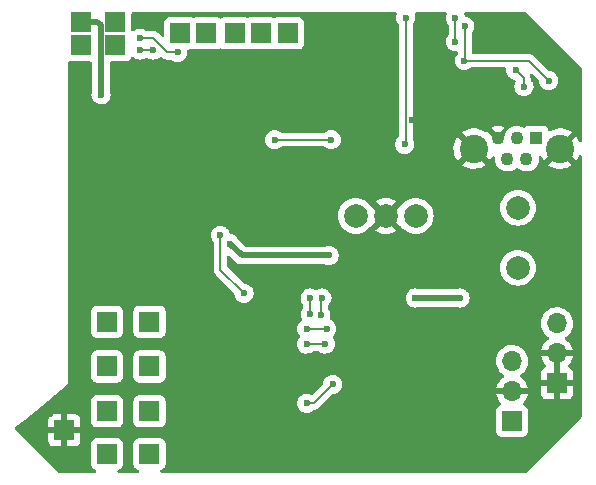
<source format=gbr>
%TF.GenerationSoftware,KiCad,Pcbnew,(5.99.0-12255-gad1ee958b0)*%
%TF.CreationDate,2022-02-21T16:34:28+02:00*%
%TF.ProjectId,pmr710-baseplate,706d7237-3130-42d6-9261-7365706c6174,rev?*%
%TF.SameCoordinates,Original*%
%TF.FileFunction,Copper,L2,Bot*%
%TF.FilePolarity,Positive*%
%FSLAX46Y46*%
G04 Gerber Fmt 4.6, Leading zero omitted, Abs format (unit mm)*
G04 Created by KiCad (PCBNEW (5.99.0-12255-gad1ee958b0)) date 2022-02-21 16:34:28*
%MOMM*%
%LPD*%
G01*
G04 APERTURE LIST*
%TA.AperFunction,ComponentPad*%
%ADD10R,1.100000X1.100000*%
%TD*%
%TA.AperFunction,ComponentPad*%
%ADD11C,1.100000*%
%TD*%
%TA.AperFunction,ComponentPad*%
%ADD12C,2.400000*%
%TD*%
%TA.AperFunction,ComponentPad*%
%ADD13C,2.000000*%
%TD*%
%TA.AperFunction,ComponentPad*%
%ADD14R,1.700000X1.700000*%
%TD*%
%TA.AperFunction,ComponentPad*%
%ADD15O,1.700000X1.700000*%
%TD*%
%TA.AperFunction,ViaPad*%
%ADD16C,0.600000*%
%TD*%
%TA.AperFunction,Conductor*%
%ADD17C,0.127000*%
%TD*%
%TA.AperFunction,Conductor*%
%ADD18C,0.500000*%
%TD*%
%TA.AperFunction,Conductor*%
%ADD19C,0.200000*%
%TD*%
G04 APERTURE END LIST*
D10*
%TO.P,J1,1,VBUS*%
%TO.N,+5V*%
X145600000Y-51175000D03*
D11*
%TO.P,J1,2,D-*%
%TO.N,Net-(J1-Pad2)*%
X144800000Y-52925000D03*
%TO.P,J1,3,D+*%
%TO.N,Net-(J1-Pad3)*%
X144000000Y-51175000D03*
%TO.P,J1,4,ID*%
%TO.N,unconnected-(J1-Pad4)*%
X143200000Y-52925000D03*
%TO.P,J1,5,GND*%
%TO.N,GND*%
X142400000Y-51175000D03*
D12*
%TO.P,J1,6,Shield*%
X140350000Y-52050000D03*
X147650000Y-52050000D03*
%TD*%
D13*
%TO.P,F1,1*%
%TO.N,Net-(F1-Pad1)*%
X144090000Y-62140000D03*
%TO.P,F1,2*%
%TO.N,+24V*%
X144100000Y-57060000D03*
%TD*%
D14*
%TO.P,J3,1,Pin_1*%
%TO.N,BUT_1*%
X107100000Y-43300000D03*
%TD*%
%TO.P,P2,1,P1*%
%TO.N,Net-(P2-Pad1)*%
X143600000Y-75125000D03*
D15*
%TO.P,P2,2,P2*%
%TO.N,GND*%
X143600000Y-72585000D03*
%TO.P,P2,3,P3*%
%TO.N,Net-(P2-Pad3)*%
X143600000Y-70045000D03*
%TD*%
D14*
%TO.P,J15,1,Pin_1*%
%TO.N,Net-(U5-Pad13)*%
X109300000Y-70500000D03*
%TD*%
%TO.P,J9,1,Pin_1*%
%TO.N,BUT_7*%
X124600000Y-42300000D03*
%TD*%
%TO.P,J6,1,Pin_1*%
%TO.N,BUT_4*%
X117700000Y-42300000D03*
%TD*%
%TO.P,J8,1,Pin_1*%
%TO.N,BUT_6*%
X122300000Y-42300000D03*
%TD*%
%TO.P,J13,1,Pin_1*%
%TO.N,Net-(U5-Pad15)*%
X109300000Y-74300000D03*
%TD*%
%TO.P,P1,1,P1*%
%TO.N,GND*%
X147400000Y-71925000D03*
D15*
%TO.P,P1,2,P2*%
X147400000Y-69385000D03*
%TO.P,P1,3,P3*%
%TO.N,Net-(F1-Pad1)*%
X147400000Y-66845000D03*
%TD*%
D14*
%TO.P,J14,1,Pin_1*%
%TO.N,Net-(U5-Pad14)*%
X112900000Y-70500000D03*
%TD*%
%TO.P,J18,1,Pin_1*%
%TO.N,+3V3*%
X107100000Y-41300000D03*
%TD*%
%TO.P,J7,1,Pin_1*%
%TO.N,BUT_5*%
X120100000Y-42300000D03*
%TD*%
%TO.P,J17,1,Pin_1*%
%TO.N,Net-(U5-Pad11)*%
X112900000Y-66700000D03*
%TD*%
%TO.P,J10,1,Pin_1*%
%TO.N,Net-(U5-Pad18)*%
X112900000Y-77900000D03*
%TD*%
%TO.P,J11,1,Pin_1*%
%TO.N,Net-(U5-Pad17)*%
X112900000Y-74300000D03*
%TD*%
%TO.P,J12,1,Pin_1*%
%TO.N,Net-(U5-Pad16)*%
X109300000Y-77900000D03*
%TD*%
%TO.P,J4,1,Pin_1*%
%TO.N,BUT_2*%
X115500000Y-42300000D03*
%TD*%
%TO.P,J2,1,Pin_1*%
%TO.N,BUT_0*%
X110000000Y-43300000D03*
%TD*%
%TO.P,J5,1,Pin_1*%
%TO.N,BUT_3*%
X110000000Y-41300000D03*
%TD*%
D13*
%TO.P,U2,1,VIN*%
%TO.N,Net-(C2-Pad1)*%
X130360000Y-57750000D03*
%TO.P,U2,2,GND*%
%TO.N,GND*%
X132900000Y-57750000D03*
%TO.P,U2,3,VOUT*%
%TO.N,+3V3*%
X135440000Y-57750000D03*
%TD*%
D14*
%TO.P,J16,1,Pin_1*%
%TO.N,Net-(U5-Pad12)*%
X109300000Y-66700000D03*
%TD*%
%TO.P,J19,1,Pin_1*%
%TO.N,GND*%
X105700000Y-75900000D03*
%TD*%
D16*
%TO.N,GND*%
X106500000Y-67500000D03*
X138100000Y-51900000D03*
X106500000Y-72500000D03*
X106500000Y-64500000D03*
X107000000Y-78500000D03*
X123000000Y-79000000D03*
X106500000Y-65500000D03*
X145000000Y-78500000D03*
X131000000Y-79000000D03*
X127000000Y-79000000D03*
X111300000Y-54200000D03*
X131700000Y-62700000D03*
X149000000Y-74500000D03*
X125000000Y-79000000D03*
X132400000Y-45700000D03*
X104500000Y-77500000D03*
X149000000Y-64000000D03*
X149000000Y-55000000D03*
X125200000Y-64200000D03*
X137000000Y-79000000D03*
X117000000Y-79000000D03*
X149000000Y-72000000D03*
X139100000Y-48800000D03*
X137900000Y-45600000D03*
X123000000Y-59800000D03*
X132700000Y-69100000D03*
X105500000Y-73500000D03*
X149000000Y-53500000D03*
X147800000Y-44200000D03*
X127200000Y-49800000D03*
X103500000Y-76500000D03*
X115000000Y-79000000D03*
X140100000Y-56400000D03*
X136580001Y-48535857D03*
X125600000Y-62400000D03*
X149000000Y-56500000D03*
X149100000Y-46300000D03*
X106500000Y-68500000D03*
X149000000Y-58000000D03*
X149000000Y-69500000D03*
X139600000Y-72600000D03*
X135594989Y-48500000D03*
X106500000Y-69500000D03*
X145600000Y-49000000D03*
X148000000Y-75500000D03*
X104500000Y-74500000D03*
X127900000Y-77700000D03*
X121000000Y-79000000D03*
X117800000Y-69000000D03*
X132800000Y-72500000D03*
X105500000Y-78500000D03*
X130400000Y-53600000D03*
X106500000Y-71500000D03*
X106500000Y-70500000D03*
X147000000Y-76500000D03*
X146000000Y-77500000D03*
X149000000Y-65500000D03*
X133000000Y-79000000D03*
X149000000Y-59500000D03*
X112300000Y-41100000D03*
X111400000Y-57300000D03*
X107600000Y-47700000D03*
X135100000Y-49600000D03*
X103500000Y-75500000D03*
X149000000Y-62500000D03*
X111500000Y-50500000D03*
X136100000Y-43100000D03*
X135000000Y-79000000D03*
X106500000Y-66500000D03*
X149000000Y-50500000D03*
X107600000Y-60400000D03*
X149000000Y-61000000D03*
X144500000Y-59500000D03*
X107700000Y-54100000D03*
X135900000Y-54200000D03*
X143000000Y-79000000D03*
X141000000Y-79000000D03*
X139000000Y-79000000D03*
X127200000Y-48800000D03*
X129000000Y-79000000D03*
X141300000Y-41100000D03*
X144500000Y-41800000D03*
X119000000Y-79000000D03*
%TO.N,Net-(C7-Pad2)*%
X138800000Y-41000000D03*
X138800000Y-43000000D03*
%TO.N,+5V*%
X146700000Y-46300000D03*
X139550500Y-44604085D03*
X139600000Y-41700000D03*
%TO.N,TXD_0*%
X113200000Y-43700000D03*
X112100000Y-43700000D03*
%TO.N,ESP_EN*%
X123500000Y-51300000D03*
X128300000Y-51300000D03*
%TO.N,Net-(Q9-Pad2)*%
X143900000Y-45400000D03*
X144600000Y-46800000D03*
%TO.N,+3V3*%
X134500000Y-51700000D03*
X128100000Y-61100000D03*
X119700000Y-60100000D03*
X134600000Y-41000000D03*
X108800000Y-47500000D03*
%TO.N,+24V*%
X135400000Y-64700000D03*
X139200000Y-64700000D03*
%TO.N,RO*%
X126204604Y-73604761D03*
X128400000Y-72000000D03*
%TO.N,~{RX}TX*%
X126200000Y-67300000D03*
X127900000Y-67300000D03*
%TO.N,DI*%
X127800000Y-68600000D03*
X118900000Y-59400000D03*
X126200000Y-68600000D03*
X120900000Y-64300000D03*
%TO.N,BUT_3*%
X115300000Y-43900000D03*
X112100000Y-42700000D03*
%TO.N,LED_1*%
X126507674Y-66069691D03*
X126500000Y-64700000D03*
%TO.N,LED_0*%
X127400000Y-66100000D03*
X127500000Y-64700000D03*
%TD*%
D17*
%TO.N,Net-(C7-Pad2)*%
X138800000Y-41000000D02*
X138800000Y-43000000D01*
%TO.N,+5V*%
X146700000Y-46300000D02*
X145004085Y-44604085D01*
X145004085Y-44604085D02*
X139550500Y-44604085D01*
X139600000Y-44554585D02*
X139550500Y-44604085D01*
X139600000Y-41700000D02*
X139600000Y-44554585D01*
%TO.N,TXD_0*%
X113200000Y-43700000D02*
X112100000Y-43700000D01*
%TO.N,ESP_EN*%
X128300000Y-51300000D02*
X123500000Y-51300000D01*
%TO.N,Net-(Q9-Pad2)*%
X143900000Y-45400000D02*
X144600000Y-46100000D01*
X144600000Y-46100000D02*
X144600000Y-46800000D01*
D18*
%TO.N,+3V3*%
X128100000Y-61100000D02*
X120700000Y-61100000D01*
X108773489Y-41623489D02*
X108450000Y-41300000D01*
X108800000Y-47500000D02*
X108773489Y-47473489D01*
D17*
X134600000Y-41000000D02*
X134600000Y-51600000D01*
D18*
X108450000Y-41300000D02*
X107100000Y-41300000D01*
X108773489Y-47473489D02*
X108773489Y-41623489D01*
X120700000Y-61100000D02*
X119700000Y-60100000D01*
D17*
X134600000Y-51600000D02*
X134500000Y-51700000D01*
D18*
%TO.N,+24V*%
X139200000Y-64700000D02*
X135400000Y-64700000D01*
D17*
%TO.N,RO*%
X126795239Y-73604761D02*
X128400000Y-72000000D01*
X126204604Y-73604761D02*
X126795239Y-73604761D01*
%TO.N,~{RX}TX*%
X126200000Y-67300000D02*
X127900000Y-67300000D01*
%TO.N,DI*%
X126200000Y-68600000D02*
X127800000Y-68600000D01*
X118900000Y-59400000D02*
X118900000Y-62300000D01*
X118900000Y-62300000D02*
X120900000Y-64300000D01*
D19*
%TO.N,BUT_3*%
X114400000Y-43900000D02*
X113500000Y-43000000D01*
X113500000Y-43000000D02*
X113200000Y-42700000D01*
X113200000Y-42700000D02*
X112100000Y-42700000D01*
X115300000Y-43900000D02*
X114400000Y-43900000D01*
D17*
%TO.N,LED_1*%
X126500000Y-64700000D02*
X126500000Y-66062017D01*
X126500000Y-66062017D02*
X126507674Y-66069691D01*
%TO.N,LED_0*%
X127400000Y-66100000D02*
X127400000Y-64800000D01*
X127400000Y-64800000D02*
X127500000Y-64700000D01*
%TD*%
%TA.AperFunction,Conductor*%
%TO.N,GND*%
G36*
X133806812Y-40528002D02*
G01*
X133853305Y-40581658D01*
X133863409Y-40651932D01*
X133857092Y-40677095D01*
X133809197Y-40808685D01*
X133786463Y-40988640D01*
X133804163Y-41169160D01*
X133861418Y-41341273D01*
X133865065Y-41347295D01*
X133865066Y-41347297D01*
X133900184Y-41405283D01*
X133955380Y-41496424D01*
X133975357Y-41517111D01*
X133992637Y-41535005D01*
X134025569Y-41597902D01*
X134028000Y-41622532D01*
X134028000Y-50977584D01*
X134007998Y-51045705D01*
X133990162Y-51067603D01*
X133869493Y-51185771D01*
X133771235Y-51338238D01*
X133768826Y-51344858D01*
X133768824Y-51344861D01*
X133731299Y-51447961D01*
X133709197Y-51508685D01*
X133686463Y-51688640D01*
X133704163Y-51869160D01*
X133761418Y-52041273D01*
X133765065Y-52047295D01*
X133765066Y-52047297D01*
X133842778Y-52175615D01*
X133855380Y-52196424D01*
X133860269Y-52201487D01*
X133860270Y-52201488D01*
X133910500Y-52253502D01*
X133981382Y-52326902D01*
X134019242Y-52351677D01*
X134126741Y-52422022D01*
X134133159Y-52426222D01*
X134139763Y-52428678D01*
X134139765Y-52428679D01*
X134296558Y-52486990D01*
X134296560Y-52486990D01*
X134303168Y-52489448D01*
X134386995Y-52500633D01*
X134475980Y-52512507D01*
X134475984Y-52512507D01*
X134482961Y-52513438D01*
X134489972Y-52512800D01*
X134489976Y-52512800D01*
X134632459Y-52499832D01*
X134663600Y-52496998D01*
X134670302Y-52494820D01*
X134670304Y-52494820D01*
X134829409Y-52443124D01*
X134829412Y-52443123D01*
X134836108Y-52440947D01*
X134991912Y-52348069D01*
X135123266Y-52222982D01*
X135223643Y-52071902D01*
X135247220Y-52009835D01*
X138638022Y-52009835D01*
X138649754Y-52254064D01*
X138650891Y-52263324D01*
X138698593Y-52503143D01*
X138701082Y-52512118D01*
X138783708Y-52742250D01*
X138787505Y-52750778D01*
X138903234Y-52966160D01*
X138908245Y-52974027D01*
X138965173Y-53050263D01*
X138976431Y-53058712D01*
X138988850Y-53051940D01*
X139977978Y-52062812D01*
X139985592Y-52048868D01*
X139985461Y-52047035D01*
X139981210Y-52040420D01*
X138986828Y-51046038D01*
X138973520Y-51038771D01*
X138963481Y-51045893D01*
X138958581Y-51051784D01*
X138953168Y-51059373D01*
X138826322Y-51268409D01*
X138822084Y-51276726D01*
X138727529Y-51502214D01*
X138724572Y-51511052D01*
X138664384Y-51748042D01*
X138662763Y-51757232D01*
X138638267Y-52000510D01*
X138638022Y-52009835D01*
X135247220Y-52009835D01*
X135274194Y-51938827D01*
X135285555Y-51908920D01*
X135285556Y-51908918D01*
X135288055Y-51902338D01*
X135291164Y-51880218D01*
X135312748Y-51726639D01*
X135312748Y-51726636D01*
X135313299Y-51722717D01*
X135313616Y-51700000D01*
X135293397Y-51519745D01*
X135290370Y-51511052D01*
X135236064Y-51355106D01*
X135236062Y-51355103D01*
X135233745Y-51348448D01*
X135191144Y-51280272D01*
X135172000Y-51213505D01*
X135172000Y-50674917D01*
X139339330Y-50674917D01*
X139343903Y-50684693D01*
X141713732Y-53054522D01*
X141726112Y-53061282D01*
X141734453Y-53055038D01*
X141852700Y-52871202D01*
X141857150Y-52863006D01*
X141906608Y-52753213D01*
X141952823Y-52699318D01*
X142020840Y-52678965D01*
X142089063Y-52698615D01*
X142135832Y-52752030D01*
X142146705Y-52819008D01*
X142136482Y-52910150D01*
X142137729Y-52925000D01*
X142148649Y-53055038D01*
X142153852Y-53117004D01*
X142211069Y-53316545D01*
X142213887Y-53322027D01*
X142213888Y-53322031D01*
X142273558Y-53438135D01*
X142305955Y-53501173D01*
X142434894Y-53663854D01*
X142439581Y-53667843D01*
X142439584Y-53667846D01*
X142549319Y-53761237D01*
X142592976Y-53798392D01*
X142774180Y-53899664D01*
X142971603Y-53963810D01*
X143177725Y-53988389D01*
X143183860Y-53987917D01*
X143183862Y-53987917D01*
X143378555Y-53972936D01*
X143378560Y-53972935D01*
X143384696Y-53972463D01*
X143390626Y-53970807D01*
X143390628Y-53970807D01*
X143484664Y-53944551D01*
X143584632Y-53916640D01*
X143769917Y-53823046D01*
X143924616Y-53702182D01*
X143990608Y-53676006D01*
X144060279Y-53689664D01*
X144083850Y-53705519D01*
X144137182Y-53750908D01*
X144192976Y-53798392D01*
X144374180Y-53899664D01*
X144571603Y-53963810D01*
X144777725Y-53988389D01*
X144783860Y-53987917D01*
X144783862Y-53987917D01*
X144978555Y-53972936D01*
X144978560Y-53972935D01*
X144984696Y-53972463D01*
X144990626Y-53970807D01*
X144990628Y-53970807D01*
X145084664Y-53944551D01*
X145184632Y-53916640D01*
X145369917Y-53823046D01*
X145520345Y-53705519D01*
X145528634Y-53699043D01*
X145528635Y-53699042D01*
X145533495Y-53695245D01*
X145669133Y-53538106D01*
X145734319Y-53423359D01*
X146641386Y-53423359D01*
X146650099Y-53434879D01*
X146738586Y-53499760D01*
X146746505Y-53504708D01*
X146962877Y-53618547D01*
X146971451Y-53622275D01*
X147202282Y-53702885D01*
X147211291Y-53705299D01*
X147451518Y-53750908D01*
X147460775Y-53751962D01*
X147705107Y-53761563D01*
X147714420Y-53761237D01*
X147957478Y-53734618D01*
X147966655Y-53732917D01*
X148203107Y-53670665D01*
X148211926Y-53667628D01*
X148436584Y-53571107D01*
X148444856Y-53566800D01*
X148652777Y-53438135D01*
X148654620Y-53436796D01*
X148662038Y-53425541D01*
X148655974Y-53415184D01*
X147662812Y-52422022D01*
X147648868Y-52414408D01*
X147647035Y-52414539D01*
X147640420Y-52418790D01*
X146648044Y-53411166D01*
X146641386Y-53423359D01*
X145734319Y-53423359D01*
X145771667Y-53357614D01*
X145837190Y-53160644D01*
X145863207Y-52954698D01*
X145863622Y-52925000D01*
X145857544Y-52863011D01*
X145854146Y-52828353D01*
X145867406Y-52758606D01*
X145916268Y-52707099D01*
X145985221Y-52690186D01*
X146052372Y-52713236D01*
X146090537Y-52756420D01*
X146203234Y-52966161D01*
X146208245Y-52974027D01*
X146265173Y-53050263D01*
X146276431Y-53058712D01*
X146288850Y-53051940D01*
X148652488Y-50688302D01*
X148658872Y-50676612D01*
X148649460Y-50664502D01*
X148523144Y-50576873D01*
X148515116Y-50572145D01*
X148295810Y-50463995D01*
X148287177Y-50460507D01*
X148054288Y-50385958D01*
X148045238Y-50383785D01*
X147803891Y-50344480D01*
X147794602Y-50343668D01*
X147550114Y-50340467D01*
X147540803Y-50341037D01*
X147298522Y-50374010D01*
X147289403Y-50375948D01*
X147054668Y-50444367D01*
X147045915Y-50447639D01*
X146823862Y-50550007D01*
X146820098Y-50552093D01*
X146750820Y-50567621D01*
X146684145Y-50543229D01*
X146641036Y-50486117D01*
X146603768Y-50386705D01*
X146603767Y-50386704D01*
X146600615Y-50378295D01*
X146513261Y-50261739D01*
X146396705Y-50174385D01*
X146260316Y-50123255D01*
X146198134Y-50116500D01*
X145001866Y-50116500D01*
X144939684Y-50123255D01*
X144803295Y-50174385D01*
X144713230Y-50241885D01*
X144688340Y-50260539D01*
X144621834Y-50285387D01*
X144552847Y-50270549D01*
X144485867Y-50234334D01*
X144412170Y-50194486D01*
X144213871Y-50133102D01*
X144207746Y-50132458D01*
X144207745Y-50132458D01*
X144013554Y-50112048D01*
X144013552Y-50112048D01*
X144007425Y-50111404D01*
X143947376Y-50116869D01*
X143806836Y-50129659D01*
X143806833Y-50129660D01*
X143800697Y-50130218D01*
X143794791Y-50131956D01*
X143794787Y-50131957D01*
X143661339Y-50171233D01*
X143601560Y-50188827D01*
X143417600Y-50284999D01*
X143255823Y-50415071D01*
X143251865Y-50419788D01*
X143251863Y-50419790D01*
X143214771Y-50463995D01*
X143122391Y-50574089D01*
X143119427Y-50579481D01*
X143119424Y-50579485D01*
X143058237Y-50690784D01*
X143022387Y-50755995D01*
X142959621Y-50953861D01*
X142957050Y-50953046D01*
X142928415Y-51005795D01*
X142489095Y-51445115D01*
X142426783Y-51479141D01*
X142355968Y-51474076D01*
X142310905Y-51445115D01*
X141506302Y-50640512D01*
X141493922Y-50633752D01*
X141475825Y-50647299D01*
X141409304Y-50672110D01*
X141339930Y-50657018D01*
X141328496Y-50649958D01*
X141223151Y-50576877D01*
X141215115Y-50572144D01*
X140995810Y-50463995D01*
X140987177Y-50460507D01*
X140754288Y-50385958D01*
X140745238Y-50383785D01*
X140503891Y-50344480D01*
X140494602Y-50343668D01*
X140250114Y-50340467D01*
X140240803Y-50341037D01*
X139998522Y-50374010D01*
X139989403Y-50375948D01*
X139754668Y-50444367D01*
X139745915Y-50447639D01*
X139523869Y-50550004D01*
X139515714Y-50554524D01*
X139348468Y-50664175D01*
X139339330Y-50674917D01*
X135172000Y-50674917D01*
X135172000Y-50269047D01*
X141857766Y-50269047D01*
X141860221Y-50276011D01*
X142387188Y-50802978D01*
X142401132Y-50810592D01*
X142402965Y-50810461D01*
X142409580Y-50806210D01*
X142934729Y-50281061D01*
X142941489Y-50268681D01*
X142936830Y-50262458D01*
X142817395Y-50197881D01*
X142806088Y-50193128D01*
X142619656Y-50135417D01*
X142607644Y-50132951D01*
X142413550Y-50112551D01*
X142401282Y-50112466D01*
X142206930Y-50130153D01*
X142194881Y-50132451D01*
X142007658Y-50187554D01*
X141996290Y-50192147D01*
X141867915Y-50259260D01*
X141857766Y-50269047D01*
X135172000Y-50269047D01*
X135172000Y-41625806D01*
X135192002Y-41557685D01*
X135211108Y-41534561D01*
X135218159Y-41527847D01*
X135218166Y-41527839D01*
X135223266Y-41522982D01*
X135323643Y-41371902D01*
X135388055Y-41202338D01*
X135389139Y-41194624D01*
X135412748Y-41026639D01*
X135412748Y-41026636D01*
X135413299Y-41022717D01*
X135413452Y-41011738D01*
X135413561Y-41003962D01*
X135413561Y-41003957D01*
X135413616Y-41000000D01*
X135393397Y-40819745D01*
X135343143Y-40675435D01*
X135339630Y-40604527D01*
X135375012Y-40542975D01*
X135438054Y-40510323D01*
X135462135Y-40508000D01*
X137938691Y-40508000D01*
X138006812Y-40528002D01*
X138053305Y-40581658D01*
X138063409Y-40651932D01*
X138057092Y-40677095D01*
X138009197Y-40808685D01*
X137986463Y-40988640D01*
X138004163Y-41169160D01*
X138061418Y-41341273D01*
X138065065Y-41347295D01*
X138065066Y-41347297D01*
X138100184Y-41405283D01*
X138155380Y-41496424D01*
X138175357Y-41517111D01*
X138192637Y-41535005D01*
X138225569Y-41597902D01*
X138228000Y-41622532D01*
X138228000Y-42375511D01*
X138207998Y-42443632D01*
X138190158Y-42465534D01*
X138174530Y-42480838D01*
X138169493Y-42485771D01*
X138071235Y-42638238D01*
X138009197Y-42808685D01*
X137986463Y-42988640D01*
X138004163Y-43169160D01*
X138061418Y-43341273D01*
X138065065Y-43347295D01*
X138065066Y-43347297D01*
X138094989Y-43396705D01*
X138155380Y-43496424D01*
X138160269Y-43501487D01*
X138160270Y-43501488D01*
X138171639Y-43513261D01*
X138281382Y-43626902D01*
X138433159Y-43726222D01*
X138439763Y-43728678D01*
X138439765Y-43728679D01*
X138596558Y-43786990D01*
X138596560Y-43786990D01*
X138603168Y-43789448D01*
X138686995Y-43800633D01*
X138775980Y-43812507D01*
X138775984Y-43812507D01*
X138782961Y-43813438D01*
X138789972Y-43812800D01*
X138789976Y-43812800D01*
X138890580Y-43803644D01*
X138960234Y-43817389D01*
X139011398Y-43866610D01*
X139028000Y-43929125D01*
X139028000Y-43931123D01*
X139007998Y-43999244D01*
X138990159Y-44021145D01*
X138919993Y-44089856D01*
X138821735Y-44242323D01*
X138819326Y-44248943D01*
X138819324Y-44248946D01*
X138783246Y-44348069D01*
X138759697Y-44412770D01*
X138736963Y-44592725D01*
X138754663Y-44773245D01*
X138811918Y-44945358D01*
X138815565Y-44951380D01*
X138815566Y-44951382D01*
X138879495Y-45056941D01*
X138905880Y-45100509D01*
X138910769Y-45105572D01*
X138910770Y-45105573D01*
X138978863Y-45176085D01*
X139031882Y-45230987D01*
X139183659Y-45330307D01*
X139190263Y-45332763D01*
X139190265Y-45332764D01*
X139347058Y-45391075D01*
X139347060Y-45391075D01*
X139353668Y-45393533D01*
X139436767Y-45404621D01*
X139526480Y-45416592D01*
X139526484Y-45416592D01*
X139533461Y-45417523D01*
X139540472Y-45416885D01*
X139540476Y-45416885D01*
X139682959Y-45403917D01*
X139714100Y-45401083D01*
X139720802Y-45398905D01*
X139720804Y-45398905D01*
X139879909Y-45347209D01*
X139879912Y-45347208D01*
X139886608Y-45345032D01*
X140042412Y-45252154D01*
X140085798Y-45210838D01*
X140148921Y-45178347D01*
X140172688Y-45176085D01*
X142970397Y-45176085D01*
X143038518Y-45196087D01*
X143085011Y-45249743D01*
X143095403Y-45317876D01*
X143086463Y-45388640D01*
X143104163Y-45569160D01*
X143161418Y-45741273D01*
X143255380Y-45896424D01*
X143260269Y-45901487D01*
X143260270Y-45901488D01*
X143305619Y-45948448D01*
X143381382Y-46026902D01*
X143387278Y-46030760D01*
X143513093Y-46113091D01*
X143533159Y-46126222D01*
X143539763Y-46128678D01*
X143539765Y-46128679D01*
X143696558Y-46186990D01*
X143696560Y-46186990D01*
X143703168Y-46189448D01*
X143710153Y-46190380D01*
X143710157Y-46190381D01*
X143795412Y-46201756D01*
X143808766Y-46203538D01*
X143873643Y-46232374D01*
X143912631Y-46291707D01*
X143913352Y-46362700D01*
X143898014Y-46396685D01*
X143871235Y-46438238D01*
X143868826Y-46444858D01*
X143868824Y-46444861D01*
X143811606Y-46602066D01*
X143809197Y-46608685D01*
X143786463Y-46788640D01*
X143804163Y-46969160D01*
X143861418Y-47141273D01*
X143865065Y-47147295D01*
X143865066Y-47147297D01*
X143875978Y-47165314D01*
X143955380Y-47296424D01*
X143960269Y-47301487D01*
X143960270Y-47301488D01*
X143975357Y-47317111D01*
X144081382Y-47426902D01*
X144087278Y-47430760D01*
X144193088Y-47500000D01*
X144233159Y-47526222D01*
X144239763Y-47528678D01*
X144239765Y-47528679D01*
X144396558Y-47586990D01*
X144396560Y-47586990D01*
X144403168Y-47589448D01*
X144486995Y-47600633D01*
X144575980Y-47612507D01*
X144575984Y-47612507D01*
X144582961Y-47613438D01*
X144589972Y-47612800D01*
X144589976Y-47612800D01*
X144732459Y-47599832D01*
X144763600Y-47596998D01*
X144770302Y-47594820D01*
X144770304Y-47594820D01*
X144929409Y-47543124D01*
X144929412Y-47543123D01*
X144936108Y-47540947D01*
X145091912Y-47448069D01*
X145223266Y-47322982D01*
X145323643Y-47171902D01*
X145388055Y-47002338D01*
X145389035Y-46995366D01*
X145412748Y-46826639D01*
X145412748Y-46826636D01*
X145413299Y-46822717D01*
X145413616Y-46800000D01*
X145393397Y-46619745D01*
X145391080Y-46613091D01*
X145336064Y-46455106D01*
X145336062Y-46455103D01*
X145333745Y-46448448D01*
X145327365Y-46438238D01*
X145241359Y-46300598D01*
X145237626Y-46294624D01*
X145208594Y-46265389D01*
X145174787Y-46202959D01*
X145172000Y-46176605D01*
X145172000Y-46145744D01*
X145173078Y-46129298D01*
X145175857Y-46108189D01*
X145175857Y-46108188D01*
X145176935Y-46100000D01*
X145172000Y-46062514D01*
X145172000Y-46062508D01*
X145157277Y-45950678D01*
X145127823Y-45879569D01*
X145120234Y-45808980D01*
X145152013Y-45745493D01*
X145213071Y-45709266D01*
X145284023Y-45711800D01*
X145333327Y-45742257D01*
X145855295Y-46264225D01*
X145889321Y-46326537D01*
X145891599Y-46341024D01*
X145897057Y-46396685D01*
X145904163Y-46469160D01*
X145961418Y-46641273D01*
X145965065Y-46647295D01*
X145965066Y-46647297D01*
X145975978Y-46665314D01*
X146055380Y-46796424D01*
X146181382Y-46926902D01*
X146333159Y-47026222D01*
X146339763Y-47028678D01*
X146339765Y-47028679D01*
X146496558Y-47086990D01*
X146496560Y-47086990D01*
X146503168Y-47089448D01*
X146586995Y-47100633D01*
X146675980Y-47112507D01*
X146675984Y-47112507D01*
X146682961Y-47113438D01*
X146689972Y-47112800D01*
X146689976Y-47112800D01*
X146832459Y-47099832D01*
X146863600Y-47096998D01*
X146870302Y-47094820D01*
X146870304Y-47094820D01*
X147029409Y-47043124D01*
X147029412Y-47043123D01*
X147036108Y-47040947D01*
X147156532Y-46969160D01*
X147185860Y-46951677D01*
X147185862Y-46951676D01*
X147191912Y-46948069D01*
X147323266Y-46822982D01*
X147423643Y-46671902D01*
X147488055Y-46502338D01*
X147489035Y-46495366D01*
X147512748Y-46326639D01*
X147512748Y-46326636D01*
X147513299Y-46322717D01*
X147513616Y-46300000D01*
X147493397Y-46119745D01*
X147459301Y-46021834D01*
X147436064Y-45955106D01*
X147436062Y-45955103D01*
X147433745Y-45948448D01*
X147337626Y-45794624D01*
X147315062Y-45771902D01*
X147214778Y-45670915D01*
X147214774Y-45670912D01*
X147209815Y-45665918D01*
X147056666Y-45568727D01*
X147027463Y-45558328D01*
X146892425Y-45510243D01*
X146892420Y-45510242D01*
X146885790Y-45507881D01*
X146878802Y-45507048D01*
X146878799Y-45507047D01*
X146737256Y-45490169D01*
X146671983Y-45462241D01*
X146663080Y-45454150D01*
X145440901Y-44231971D01*
X145430034Y-44219580D01*
X145417069Y-44202683D01*
X145417066Y-44202680D01*
X145412040Y-44196130D01*
X145347530Y-44146629D01*
X145292553Y-44104444D01*
X145153407Y-44046808D01*
X145122710Y-44042767D01*
X145041588Y-44032086D01*
X145041579Y-44032085D01*
X145041576Y-44032085D01*
X145041564Y-44032084D01*
X145012274Y-44028228D01*
X145012273Y-44028228D01*
X145004085Y-44027150D01*
X144995897Y-44028228D01*
X144995896Y-44028228D01*
X144974787Y-44031007D01*
X144958341Y-44032085D01*
X140298000Y-44032085D01*
X140229879Y-44012083D01*
X140183386Y-43958427D01*
X140172000Y-43906085D01*
X140172000Y-42325806D01*
X140192002Y-42257685D01*
X140211108Y-42234561D01*
X140218159Y-42227847D01*
X140218166Y-42227839D01*
X140223266Y-42222982D01*
X140323643Y-42071902D01*
X140388055Y-41902338D01*
X140390191Y-41887140D01*
X140412748Y-41726639D01*
X140412748Y-41726636D01*
X140413299Y-41722717D01*
X140413616Y-41700000D01*
X140393397Y-41519745D01*
X140385276Y-41496424D01*
X140336064Y-41355106D01*
X140336062Y-41355103D01*
X140333745Y-41348448D01*
X140237626Y-41194624D01*
X140205379Y-41162151D01*
X140114778Y-41070915D01*
X140114774Y-41070912D01*
X140109815Y-41065918D01*
X139956666Y-40968727D01*
X139899174Y-40948255D01*
X139792425Y-40910243D01*
X139792420Y-40910242D01*
X139785790Y-40907881D01*
X139778802Y-40907048D01*
X139778799Y-40907047D01*
X139695263Y-40897086D01*
X139629990Y-40869158D01*
X139591191Y-40813409D01*
X139543144Y-40675437D01*
X139539630Y-40604528D01*
X139575012Y-40542975D01*
X139638054Y-40510323D01*
X139662135Y-40508000D01*
X144737390Y-40508000D01*
X144805511Y-40528002D01*
X144826485Y-40544905D01*
X149455095Y-45173516D01*
X149489121Y-45235828D01*
X149492000Y-45262611D01*
X149492000Y-51402294D01*
X149471998Y-51470415D01*
X149418342Y-51516908D01*
X149348068Y-51527012D01*
X149283488Y-51497518D01*
X149248567Y-51447961D01*
X149197633Y-51316983D01*
X149193619Y-51308567D01*
X149072284Y-51096276D01*
X149067074Y-51088553D01*
X149035787Y-51048865D01*
X149023863Y-51040395D01*
X149012328Y-51046882D01*
X148022022Y-52037188D01*
X148014408Y-52051132D01*
X148014539Y-52052965D01*
X148018790Y-52059580D01*
X149013732Y-53054522D01*
X149026112Y-53061282D01*
X149034453Y-53055038D01*
X149152700Y-52871202D01*
X149157147Y-52863011D01*
X149251118Y-52654404D01*
X149297334Y-52600510D01*
X149365350Y-52580157D01*
X149433573Y-52599807D01*
X149480342Y-52653222D01*
X149492000Y-52706155D01*
X149492000Y-74737389D01*
X149471998Y-74805510D01*
X149455095Y-74826484D01*
X144826485Y-79455095D01*
X144764173Y-79489121D01*
X144737390Y-79492000D01*
X113914488Y-79492000D01*
X113846367Y-79471998D01*
X113799874Y-79418342D01*
X113789770Y-79348068D01*
X113819264Y-79283488D01*
X113870258Y-79248018D01*
X113988297Y-79203767D01*
X113996705Y-79200615D01*
X114113261Y-79113261D01*
X114200615Y-78996705D01*
X114251745Y-78860316D01*
X114258500Y-78798134D01*
X114258500Y-77001866D01*
X114251745Y-76939684D01*
X114200615Y-76803295D01*
X114113261Y-76686739D01*
X113996705Y-76599385D01*
X113860316Y-76548255D01*
X113798134Y-76541500D01*
X112001866Y-76541500D01*
X111939684Y-76548255D01*
X111803295Y-76599385D01*
X111686739Y-76686739D01*
X111599385Y-76803295D01*
X111548255Y-76939684D01*
X111541500Y-77001866D01*
X111541500Y-78798134D01*
X111548255Y-78860316D01*
X111599385Y-78996705D01*
X111686739Y-79113261D01*
X111803295Y-79200615D01*
X111811703Y-79203767D01*
X111929742Y-79248018D01*
X111986506Y-79290660D01*
X112011206Y-79357221D01*
X111995999Y-79426570D01*
X111945713Y-79476688D01*
X111885512Y-79492000D01*
X110314488Y-79492000D01*
X110246367Y-79471998D01*
X110199874Y-79418342D01*
X110189770Y-79348068D01*
X110219264Y-79283488D01*
X110270258Y-79248018D01*
X110388297Y-79203767D01*
X110396705Y-79200615D01*
X110513261Y-79113261D01*
X110600615Y-78996705D01*
X110651745Y-78860316D01*
X110658500Y-78798134D01*
X110658500Y-77001866D01*
X110651745Y-76939684D01*
X110600615Y-76803295D01*
X110513261Y-76686739D01*
X110396705Y-76599385D01*
X110260316Y-76548255D01*
X110198134Y-76541500D01*
X108401866Y-76541500D01*
X108339684Y-76548255D01*
X108203295Y-76599385D01*
X108086739Y-76686739D01*
X107999385Y-76803295D01*
X107948255Y-76939684D01*
X107941500Y-77001866D01*
X107941500Y-78798134D01*
X107948255Y-78860316D01*
X107999385Y-78996705D01*
X108086739Y-79113261D01*
X108203295Y-79200615D01*
X108211703Y-79203767D01*
X108329742Y-79248018D01*
X108386506Y-79290660D01*
X108411206Y-79357221D01*
X108395999Y-79426570D01*
X108345713Y-79476688D01*
X108285512Y-79492000D01*
X105262611Y-79492000D01*
X105194490Y-79471998D01*
X105173516Y-79455095D01*
X101885968Y-76167548D01*
X104342001Y-76167548D01*
X104342001Y-76794669D01*
X104342371Y-76801490D01*
X104347895Y-76852352D01*
X104351521Y-76867604D01*
X104396676Y-76988054D01*
X104405214Y-77003649D01*
X104481715Y-77105724D01*
X104494276Y-77118285D01*
X104596351Y-77194786D01*
X104611946Y-77203324D01*
X104732394Y-77248478D01*
X104747649Y-77252105D01*
X104798514Y-77257631D01*
X104805328Y-77258000D01*
X105427885Y-77258000D01*
X105443124Y-77253525D01*
X105444329Y-77252135D01*
X105446000Y-77244452D01*
X105446000Y-76172115D01*
X105444659Y-76167548D01*
X105954000Y-76167548D01*
X105954000Y-77239884D01*
X105958475Y-77255123D01*
X105959865Y-77256328D01*
X105967548Y-77257999D01*
X106594669Y-77257999D01*
X106601490Y-77257629D01*
X106652352Y-77252105D01*
X106667604Y-77248479D01*
X106788054Y-77203324D01*
X106803649Y-77194786D01*
X106905724Y-77118285D01*
X106918285Y-77105724D01*
X106994786Y-77003649D01*
X107003324Y-76988054D01*
X107048478Y-76867606D01*
X107052105Y-76852351D01*
X107057631Y-76801486D01*
X107058000Y-76794672D01*
X107058000Y-76172115D01*
X107053525Y-76156876D01*
X107052135Y-76155671D01*
X107044452Y-76154000D01*
X105972115Y-76154000D01*
X105956876Y-76158475D01*
X105955671Y-76159865D01*
X105954000Y-76167548D01*
X105444659Y-76167548D01*
X105441525Y-76156876D01*
X105440135Y-76155671D01*
X105432452Y-76154000D01*
X104360116Y-76154000D01*
X104344877Y-76158475D01*
X104343672Y-76159865D01*
X104342001Y-76167548D01*
X101885968Y-76167548D01*
X101543581Y-75825161D01*
X101509555Y-75762849D01*
X101514620Y-75692034D01*
X101552888Y-75638547D01*
X102326822Y-75005328D01*
X104342000Y-75005328D01*
X104342000Y-75627885D01*
X104346475Y-75643124D01*
X104347865Y-75644329D01*
X104355548Y-75646000D01*
X105427885Y-75646000D01*
X105443124Y-75641525D01*
X105444329Y-75640135D01*
X105446000Y-75632452D01*
X105446000Y-74560116D01*
X105444659Y-74555548D01*
X105954000Y-74555548D01*
X105954000Y-75627885D01*
X105958475Y-75643124D01*
X105959865Y-75644329D01*
X105967548Y-75646000D01*
X107039884Y-75646000D01*
X107055123Y-75641525D01*
X107056328Y-75640135D01*
X107057999Y-75632452D01*
X107057999Y-75005331D01*
X107057629Y-74998510D01*
X107052105Y-74947648D01*
X107048479Y-74932396D01*
X107003324Y-74811946D01*
X106994786Y-74796351D01*
X106918285Y-74694276D01*
X106905724Y-74681715D01*
X106803649Y-74605214D01*
X106788054Y-74596676D01*
X106667606Y-74551522D01*
X106652351Y-74547895D01*
X106601486Y-74542369D01*
X106594672Y-74542000D01*
X105972115Y-74542000D01*
X105956876Y-74546475D01*
X105955671Y-74547865D01*
X105954000Y-74555548D01*
X105444659Y-74555548D01*
X105441525Y-74544877D01*
X105440135Y-74543672D01*
X105432452Y-74542001D01*
X104805331Y-74542001D01*
X104798510Y-74542371D01*
X104747648Y-74547895D01*
X104732396Y-74551521D01*
X104611946Y-74596676D01*
X104596351Y-74605214D01*
X104494276Y-74681715D01*
X104481715Y-74694276D01*
X104405214Y-74796351D01*
X104396676Y-74811946D01*
X104351522Y-74932394D01*
X104347895Y-74947649D01*
X104342369Y-74998514D01*
X104342000Y-75005328D01*
X102326822Y-75005328D01*
X104286609Y-73401866D01*
X107941500Y-73401866D01*
X107941500Y-75198134D01*
X107948255Y-75260316D01*
X107999385Y-75396705D01*
X108086739Y-75513261D01*
X108203295Y-75600615D01*
X108339684Y-75651745D01*
X108401866Y-75658500D01*
X110198134Y-75658500D01*
X110260316Y-75651745D01*
X110396705Y-75600615D01*
X110513261Y-75513261D01*
X110600615Y-75396705D01*
X110651745Y-75260316D01*
X110658500Y-75198134D01*
X110658500Y-73401866D01*
X111541500Y-73401866D01*
X111541500Y-75198134D01*
X111548255Y-75260316D01*
X111599385Y-75396705D01*
X111686739Y-75513261D01*
X111803295Y-75600615D01*
X111939684Y-75651745D01*
X112001866Y-75658500D01*
X113798134Y-75658500D01*
X113860316Y-75651745D01*
X113996705Y-75600615D01*
X114113261Y-75513261D01*
X114200615Y-75396705D01*
X114251745Y-75260316D01*
X114258500Y-75198134D01*
X114258500Y-73593401D01*
X125391067Y-73593401D01*
X125408767Y-73773921D01*
X125466022Y-73946034D01*
X125469669Y-73952056D01*
X125469670Y-73952058D01*
X125539520Y-74067394D01*
X125559984Y-74101185D01*
X125564873Y-74106248D01*
X125564874Y-74106249D01*
X125615697Y-74158877D01*
X125685986Y-74231663D01*
X125837763Y-74330983D01*
X125844367Y-74333439D01*
X125844369Y-74333440D01*
X126001162Y-74391751D01*
X126001164Y-74391751D01*
X126007772Y-74394209D01*
X126091599Y-74405394D01*
X126180584Y-74417268D01*
X126180588Y-74417268D01*
X126187565Y-74418199D01*
X126194576Y-74417561D01*
X126194580Y-74417561D01*
X126337063Y-74404593D01*
X126368204Y-74401759D01*
X126374906Y-74399581D01*
X126374908Y-74399581D01*
X126534013Y-74347885D01*
X126534016Y-74347884D01*
X126540712Y-74345708D01*
X126696516Y-74252830D01*
X126723781Y-74226866D01*
X142241500Y-74226866D01*
X142241500Y-76023134D01*
X142248255Y-76085316D01*
X142299385Y-76221705D01*
X142386739Y-76338261D01*
X142503295Y-76425615D01*
X142639684Y-76476745D01*
X142701866Y-76483500D01*
X144498134Y-76483500D01*
X144560316Y-76476745D01*
X144696705Y-76425615D01*
X144813261Y-76338261D01*
X144900615Y-76221705D01*
X144951745Y-76085316D01*
X144958500Y-76023134D01*
X144958500Y-74226866D01*
X144951745Y-74164684D01*
X144900615Y-74028295D01*
X144813261Y-73911739D01*
X144696705Y-73824385D01*
X144577687Y-73779767D01*
X144520923Y-73737125D01*
X144496223Y-73670564D01*
X144511430Y-73601215D01*
X144532977Y-73572535D01*
X144634052Y-73471812D01*
X144640730Y-73463965D01*
X144765003Y-73291020D01*
X144770313Y-73282183D01*
X144864670Y-73091267D01*
X144868469Y-73081672D01*
X144930377Y-72877910D01*
X144932555Y-72867837D01*
X144933986Y-72856962D01*
X144931775Y-72842778D01*
X144918617Y-72839000D01*
X142283225Y-72839000D01*
X142269694Y-72842973D01*
X142268257Y-72852966D01*
X142298565Y-72987446D01*
X142301645Y-72997275D01*
X142381770Y-73194603D01*
X142386413Y-73203794D01*
X142497694Y-73385388D01*
X142503777Y-73393699D01*
X142643213Y-73554667D01*
X142650577Y-73561879D01*
X142655522Y-73565985D01*
X142695156Y-73624889D01*
X142696653Y-73695870D01*
X142659537Y-73756392D01*
X142619264Y-73780910D01*
X142511705Y-73821232D01*
X142511704Y-73821233D01*
X142503295Y-73824385D01*
X142386739Y-73911739D01*
X142299385Y-74028295D01*
X142248255Y-74164684D01*
X142241500Y-74226866D01*
X126723781Y-74226866D01*
X126737623Y-74213684D01*
X126800747Y-74181191D01*
X126808069Y-74180007D01*
X126832718Y-74176762D01*
X126832730Y-74176761D01*
X126832733Y-74176761D01*
X126832742Y-74176760D01*
X126924463Y-74164684D01*
X126944561Y-74162038D01*
X127083707Y-74104402D01*
X127131937Y-74067394D01*
X127173193Y-74035737D01*
X127173194Y-74035736D01*
X127203194Y-74012716D01*
X127221188Y-73989266D01*
X127232055Y-73976875D01*
X128364495Y-72844435D01*
X128426807Y-72810409D01*
X128442168Y-72808049D01*
X128563600Y-72796998D01*
X128570302Y-72794820D01*
X128570304Y-72794820D01*
X128729409Y-72743124D01*
X128729412Y-72743123D01*
X128736108Y-72740947D01*
X128891912Y-72648069D01*
X129023266Y-72522982D01*
X129123643Y-72371902D01*
X129188055Y-72202338D01*
X129213299Y-72022717D01*
X129213616Y-72000000D01*
X129193397Y-71819745D01*
X129191080Y-71813091D01*
X129136064Y-71655106D01*
X129136062Y-71655103D01*
X129133745Y-71648448D01*
X129037626Y-71494624D01*
X128996512Y-71453222D01*
X128914778Y-71370915D01*
X128914774Y-71370912D01*
X128909815Y-71365918D01*
X128898697Y-71358862D01*
X128817361Y-71307245D01*
X128756666Y-71268727D01*
X128722081Y-71256412D01*
X128592425Y-71210243D01*
X128592420Y-71210242D01*
X128585790Y-71207881D01*
X128578802Y-71207048D01*
X128578799Y-71207047D01*
X128455698Y-71192368D01*
X128405680Y-71186404D01*
X128398677Y-71187140D01*
X128398676Y-71187140D01*
X128232288Y-71204628D01*
X128232286Y-71204629D01*
X128225288Y-71205364D01*
X128053579Y-71263818D01*
X128047575Y-71267512D01*
X127905095Y-71355166D01*
X127905092Y-71355168D01*
X127899088Y-71358862D01*
X127894053Y-71363793D01*
X127894050Y-71363795D01*
X127787931Y-71467715D01*
X127769493Y-71485771D01*
X127671235Y-71638238D01*
X127668826Y-71644858D01*
X127668824Y-71644861D01*
X127612134Y-71800615D01*
X127609197Y-71808685D01*
X127608314Y-71815675D01*
X127589561Y-71964117D01*
X127561179Y-72029194D01*
X127553650Y-72037420D01*
X126728275Y-72862795D01*
X126665963Y-72896821D01*
X126595148Y-72891756D01*
X126571673Y-72880090D01*
X126561270Y-72873488D01*
X126531240Y-72862795D01*
X126397029Y-72815004D01*
X126397024Y-72815003D01*
X126390394Y-72812642D01*
X126383406Y-72811809D01*
X126383403Y-72811808D01*
X126240935Y-72794820D01*
X126210284Y-72791165D01*
X126203281Y-72791901D01*
X126203280Y-72791901D01*
X126036892Y-72809389D01*
X126036890Y-72809390D01*
X126029892Y-72810125D01*
X125858183Y-72868579D01*
X125820510Y-72891756D01*
X125709699Y-72959927D01*
X125709696Y-72959929D01*
X125703692Y-72963623D01*
X125698657Y-72968554D01*
X125698654Y-72968556D01*
X125579129Y-73085604D01*
X125574097Y-73090532D01*
X125475839Y-73242999D01*
X125473430Y-73249619D01*
X125473428Y-73249622D01*
X125443341Y-73332285D01*
X125413801Y-73413446D01*
X125391067Y-73593401D01*
X114258500Y-73593401D01*
X114258500Y-73401866D01*
X114251745Y-73339684D01*
X114200615Y-73203295D01*
X114113261Y-73086739D01*
X113996705Y-72999385D01*
X113860316Y-72948255D01*
X113798134Y-72941500D01*
X112001866Y-72941500D01*
X111939684Y-72948255D01*
X111803295Y-72999385D01*
X111686739Y-73086739D01*
X111599385Y-73203295D01*
X111548255Y-73339684D01*
X111541500Y-73401866D01*
X110658500Y-73401866D01*
X110651745Y-73339684D01*
X110600615Y-73203295D01*
X110513261Y-73086739D01*
X110396705Y-72999385D01*
X110260316Y-72948255D01*
X110198134Y-72941500D01*
X108401866Y-72941500D01*
X108339684Y-72948255D01*
X108203295Y-72999385D01*
X108086739Y-73086739D01*
X107999385Y-73203295D01*
X107948255Y-73339684D01*
X107941500Y-73401866D01*
X104286609Y-73401866D01*
X105985980Y-72011471D01*
X106000000Y-72000000D01*
X106000000Y-69601866D01*
X107941500Y-69601866D01*
X107941500Y-71398134D01*
X107948255Y-71460316D01*
X107999385Y-71596705D01*
X108086739Y-71713261D01*
X108203295Y-71800615D01*
X108339684Y-71851745D01*
X108401866Y-71858500D01*
X110198134Y-71858500D01*
X110260316Y-71851745D01*
X110396705Y-71800615D01*
X110513261Y-71713261D01*
X110600615Y-71596705D01*
X110651745Y-71460316D01*
X110658500Y-71398134D01*
X110658500Y-69601866D01*
X111541500Y-69601866D01*
X111541500Y-71398134D01*
X111548255Y-71460316D01*
X111599385Y-71596705D01*
X111686739Y-71713261D01*
X111803295Y-71800615D01*
X111939684Y-71851745D01*
X112001866Y-71858500D01*
X113798134Y-71858500D01*
X113860316Y-71851745D01*
X113996705Y-71800615D01*
X114113261Y-71713261D01*
X114200615Y-71596705D01*
X114251745Y-71460316D01*
X114258500Y-71398134D01*
X114258500Y-70011695D01*
X142237251Y-70011695D01*
X142237548Y-70016848D01*
X142237548Y-70016851D01*
X142243011Y-70111590D01*
X142250110Y-70234715D01*
X142251247Y-70239761D01*
X142251248Y-70239767D01*
X142271119Y-70327939D01*
X142299222Y-70452639D01*
X142383266Y-70659616D01*
X142385965Y-70664020D01*
X142491934Y-70836946D01*
X142499987Y-70850088D01*
X142646250Y-71018938D01*
X142818126Y-71161632D01*
X142861778Y-71187140D01*
X142891955Y-71204774D01*
X142940679Y-71256412D01*
X142953750Y-71326195D01*
X142927019Y-71391967D01*
X142886562Y-71425327D01*
X142878457Y-71429546D01*
X142869738Y-71435036D01*
X142699433Y-71562905D01*
X142691726Y-71569748D01*
X142544590Y-71723717D01*
X142538104Y-71731727D01*
X142418098Y-71907649D01*
X142413000Y-71916623D01*
X142323338Y-72109783D01*
X142319775Y-72119470D01*
X142264389Y-72319183D01*
X142265912Y-72327607D01*
X142278292Y-72331000D01*
X144918344Y-72331000D01*
X144931875Y-72327027D01*
X144933180Y-72317947D01*
X144901682Y-72192548D01*
X146042001Y-72192548D01*
X146042001Y-72819669D01*
X146042371Y-72826490D01*
X146047895Y-72877352D01*
X146051521Y-72892604D01*
X146096676Y-73013054D01*
X146105214Y-73028649D01*
X146181715Y-73130724D01*
X146194276Y-73143285D01*
X146296351Y-73219786D01*
X146311946Y-73228324D01*
X146432394Y-73273478D01*
X146447649Y-73277105D01*
X146498514Y-73282631D01*
X146505328Y-73283000D01*
X147127885Y-73283000D01*
X147143124Y-73278525D01*
X147144329Y-73277135D01*
X147146000Y-73269452D01*
X147146000Y-72197115D01*
X147144659Y-72192548D01*
X147654000Y-72192548D01*
X147654000Y-73264884D01*
X147658475Y-73280123D01*
X147659865Y-73281328D01*
X147667548Y-73282999D01*
X148294669Y-73282999D01*
X148301490Y-73282629D01*
X148352352Y-73277105D01*
X148367604Y-73273479D01*
X148488054Y-73228324D01*
X148503649Y-73219786D01*
X148605724Y-73143285D01*
X148618285Y-73130724D01*
X148694786Y-73028649D01*
X148703324Y-73013054D01*
X148748478Y-72892606D01*
X148752105Y-72877351D01*
X148757631Y-72826486D01*
X148758000Y-72819672D01*
X148758000Y-72197115D01*
X148753525Y-72181876D01*
X148752135Y-72180671D01*
X148744452Y-72179000D01*
X147672115Y-72179000D01*
X147656876Y-72183475D01*
X147655671Y-72184865D01*
X147654000Y-72192548D01*
X147144659Y-72192548D01*
X147141525Y-72181876D01*
X147140135Y-72180671D01*
X147132452Y-72179000D01*
X146060116Y-72179000D01*
X146044877Y-72183475D01*
X146043672Y-72184865D01*
X146042001Y-72192548D01*
X144901682Y-72192548D01*
X144891214Y-72150875D01*
X144887894Y-72141124D01*
X144802972Y-71945814D01*
X144798105Y-71936739D01*
X144682426Y-71757926D01*
X144676136Y-71749757D01*
X144532806Y-71592240D01*
X144525273Y-71585215D01*
X144358139Y-71453222D01*
X144349556Y-71447520D01*
X144312602Y-71427120D01*
X144262631Y-71376687D01*
X144247859Y-71307245D01*
X144272975Y-71240839D01*
X144300327Y-71214232D01*
X144338309Y-71187140D01*
X144479860Y-71086173D01*
X144535898Y-71030331D01*
X144535901Y-71030328D01*
X146042000Y-71030328D01*
X146042000Y-71652885D01*
X146046475Y-71668124D01*
X146047865Y-71669329D01*
X146055548Y-71671000D01*
X147127885Y-71671000D01*
X147143124Y-71666525D01*
X147144329Y-71665135D01*
X147146000Y-71657452D01*
X147146000Y-69657115D01*
X147144659Y-69652548D01*
X147654000Y-69652548D01*
X147654000Y-71652885D01*
X147658475Y-71668124D01*
X147659865Y-71669329D01*
X147667548Y-71671000D01*
X148739884Y-71671000D01*
X148755123Y-71666525D01*
X148756328Y-71665135D01*
X148757999Y-71657452D01*
X148757999Y-71030331D01*
X148757629Y-71023510D01*
X148752105Y-70972648D01*
X148748479Y-70957396D01*
X148703324Y-70836946D01*
X148694786Y-70821351D01*
X148618285Y-70719276D01*
X148605724Y-70706715D01*
X148503649Y-70630214D01*
X148488054Y-70621676D01*
X148377297Y-70580155D01*
X148320533Y-70537513D01*
X148295833Y-70470952D01*
X148311040Y-70401603D01*
X148332587Y-70372922D01*
X148434057Y-70271805D01*
X148440730Y-70263965D01*
X148565003Y-70091020D01*
X148570313Y-70082183D01*
X148664670Y-69891267D01*
X148668469Y-69881672D01*
X148730377Y-69677910D01*
X148732555Y-69667837D01*
X148733986Y-69656962D01*
X148731775Y-69642778D01*
X148718617Y-69639000D01*
X147672115Y-69639000D01*
X147656876Y-69643475D01*
X147655671Y-69644865D01*
X147654000Y-69652548D01*
X147144659Y-69652548D01*
X147141525Y-69641876D01*
X147140135Y-69640671D01*
X147132452Y-69639000D01*
X146083225Y-69639000D01*
X146069694Y-69642973D01*
X146068257Y-69652966D01*
X146098565Y-69787446D01*
X146101645Y-69797275D01*
X146181770Y-69994603D01*
X146186413Y-70003794D01*
X146297694Y-70185388D01*
X146303777Y-70193699D01*
X146443213Y-70354667D01*
X146450578Y-70361881D01*
X146455966Y-70366354D01*
X146495599Y-70425258D01*
X146497095Y-70496239D01*
X146459978Y-70556761D01*
X146419707Y-70581278D01*
X146311948Y-70621675D01*
X146296351Y-70630214D01*
X146194276Y-70706715D01*
X146181715Y-70719276D01*
X146105214Y-70821351D01*
X146096676Y-70836946D01*
X146051522Y-70957394D01*
X146047895Y-70972649D01*
X146042369Y-71023514D01*
X146042000Y-71030328D01*
X144535901Y-71030328D01*
X144634435Y-70932137D01*
X144638096Y-70928489D01*
X144697594Y-70845689D01*
X144765435Y-70751277D01*
X144768453Y-70747077D01*
X144850396Y-70581278D01*
X144865136Y-70551453D01*
X144865137Y-70551451D01*
X144867430Y-70546811D01*
X144932370Y-70333069D01*
X144961529Y-70111590D01*
X144963156Y-70045000D01*
X144944852Y-69822361D01*
X144890431Y-69605702D01*
X144801354Y-69400840D01*
X144724058Y-69281358D01*
X144682822Y-69217617D01*
X144682820Y-69217614D01*
X144680014Y-69213277D01*
X144529670Y-69048051D01*
X144525619Y-69044852D01*
X144525615Y-69044848D01*
X144358414Y-68912800D01*
X144358410Y-68912798D01*
X144354359Y-68909598D01*
X144158789Y-68801638D01*
X144153920Y-68799914D01*
X144153916Y-68799912D01*
X143953087Y-68728795D01*
X143953083Y-68728794D01*
X143948212Y-68727069D01*
X143943119Y-68726162D01*
X143943116Y-68726161D01*
X143733373Y-68688800D01*
X143733367Y-68688799D01*
X143728284Y-68687894D01*
X143654452Y-68686992D01*
X143510081Y-68685228D01*
X143510079Y-68685228D01*
X143504911Y-68685165D01*
X143284091Y-68718955D01*
X143071756Y-68788357D01*
X142873607Y-68891507D01*
X142869474Y-68894610D01*
X142869471Y-68894612D01*
X142758711Y-68977773D01*
X142694965Y-69025635D01*
X142691393Y-69029373D01*
X142552934Y-69174262D01*
X142540629Y-69187138D01*
X142537715Y-69191410D01*
X142537714Y-69191411D01*
X142527248Y-69206754D01*
X142414743Y-69371680D01*
X142320688Y-69574305D01*
X142260989Y-69789570D01*
X142237251Y-70011695D01*
X114258500Y-70011695D01*
X114258500Y-69601866D01*
X114251745Y-69539684D01*
X114200615Y-69403295D01*
X114113261Y-69286739D01*
X113996705Y-69199385D01*
X113860316Y-69148255D01*
X113798134Y-69141500D01*
X112001866Y-69141500D01*
X111939684Y-69148255D01*
X111803295Y-69199385D01*
X111686739Y-69286739D01*
X111599385Y-69403295D01*
X111548255Y-69539684D01*
X111541500Y-69601866D01*
X110658500Y-69601866D01*
X110651745Y-69539684D01*
X110600615Y-69403295D01*
X110513261Y-69286739D01*
X110396705Y-69199385D01*
X110260316Y-69148255D01*
X110198134Y-69141500D01*
X108401866Y-69141500D01*
X108339684Y-69148255D01*
X108203295Y-69199385D01*
X108086739Y-69286739D01*
X107999385Y-69403295D01*
X107948255Y-69539684D01*
X107941500Y-69601866D01*
X106000000Y-69601866D01*
X106000000Y-65801866D01*
X107941500Y-65801866D01*
X107941500Y-67598134D01*
X107948255Y-67660316D01*
X107999385Y-67796705D01*
X108086739Y-67913261D01*
X108203295Y-68000615D01*
X108339684Y-68051745D01*
X108401866Y-68058500D01*
X110198134Y-68058500D01*
X110260316Y-68051745D01*
X110396705Y-68000615D01*
X110513261Y-67913261D01*
X110600615Y-67796705D01*
X110651745Y-67660316D01*
X110658500Y-67598134D01*
X110658500Y-65801866D01*
X111541500Y-65801866D01*
X111541500Y-67598134D01*
X111548255Y-67660316D01*
X111599385Y-67796705D01*
X111686739Y-67913261D01*
X111803295Y-68000615D01*
X111939684Y-68051745D01*
X112001866Y-68058500D01*
X113798134Y-68058500D01*
X113860316Y-68051745D01*
X113996705Y-68000615D01*
X114113261Y-67913261D01*
X114200615Y-67796705D01*
X114251745Y-67660316D01*
X114258500Y-67598134D01*
X114258500Y-67288640D01*
X125386463Y-67288640D01*
X125404163Y-67469160D01*
X125461418Y-67641273D01*
X125465065Y-67647295D01*
X125465066Y-67647297D01*
X125516447Y-67732137D01*
X125555380Y-67796424D01*
X125581027Y-67822982D01*
X125618932Y-67862234D01*
X125651864Y-67925131D01*
X125645564Y-67995847D01*
X125616453Y-68039784D01*
X125569493Y-68085771D01*
X125471235Y-68238238D01*
X125468826Y-68244858D01*
X125468824Y-68244861D01*
X125411606Y-68402066D01*
X125409197Y-68408685D01*
X125386463Y-68588640D01*
X125404163Y-68769160D01*
X125461418Y-68941273D01*
X125465065Y-68947295D01*
X125465066Y-68947297D01*
X125526085Y-69048051D01*
X125555380Y-69096424D01*
X125560269Y-69101487D01*
X125560270Y-69101488D01*
X125577358Y-69119183D01*
X125681382Y-69226902D01*
X125833159Y-69326222D01*
X125839763Y-69328678D01*
X125839765Y-69328679D01*
X125996558Y-69386990D01*
X125996560Y-69386990D01*
X126003168Y-69389448D01*
X126086995Y-69400633D01*
X126175980Y-69412507D01*
X126175984Y-69412507D01*
X126182961Y-69413438D01*
X126189972Y-69412800D01*
X126189976Y-69412800D01*
X126332459Y-69399832D01*
X126363600Y-69396998D01*
X126370302Y-69394820D01*
X126370304Y-69394820D01*
X126529409Y-69343124D01*
X126529412Y-69343123D01*
X126536108Y-69340947D01*
X126691912Y-69248069D01*
X126735298Y-69206753D01*
X126798421Y-69174262D01*
X126822188Y-69172000D01*
X127174880Y-69172000D01*
X127243001Y-69192002D01*
X127265515Y-69210472D01*
X127270209Y-69215333D01*
X127276489Y-69221836D01*
X127276493Y-69221839D01*
X127281382Y-69226902D01*
X127433159Y-69326222D01*
X127439763Y-69328678D01*
X127439765Y-69328679D01*
X127596558Y-69386990D01*
X127596560Y-69386990D01*
X127603168Y-69389448D01*
X127686995Y-69400633D01*
X127775980Y-69412507D01*
X127775984Y-69412507D01*
X127782961Y-69413438D01*
X127789972Y-69412800D01*
X127789976Y-69412800D01*
X127932459Y-69399832D01*
X127963600Y-69396998D01*
X127970302Y-69394820D01*
X127970304Y-69394820D01*
X128129409Y-69343124D01*
X128129412Y-69343123D01*
X128136108Y-69340947D01*
X128236069Y-69281358D01*
X128285860Y-69251677D01*
X128285862Y-69251676D01*
X128291912Y-69248069D01*
X128423266Y-69122982D01*
X128523643Y-68971902D01*
X128588055Y-68802338D01*
X128590246Y-68786750D01*
X128612748Y-68626639D01*
X128612748Y-68626636D01*
X128613299Y-68622717D01*
X128613616Y-68600000D01*
X128593397Y-68419745D01*
X128591080Y-68413091D01*
X128536064Y-68255106D01*
X128536062Y-68255103D01*
X128533745Y-68248448D01*
X128437626Y-68094624D01*
X128431268Y-68088221D01*
X128430661Y-68087100D01*
X128428285Y-68084102D01*
X128428812Y-68083685D01*
X128397463Y-68025789D01*
X128402777Y-67954991D01*
X128433785Y-67908195D01*
X128518159Y-67827846D01*
X128518162Y-67827843D01*
X128523266Y-67822982D01*
X128623643Y-67671902D01*
X128688055Y-67502338D01*
X128689035Y-67495366D01*
X128712748Y-67326639D01*
X128712748Y-67326636D01*
X128713299Y-67322717D01*
X128713616Y-67300000D01*
X128693397Y-67119745D01*
X128691080Y-67113091D01*
X128636064Y-66955106D01*
X128636062Y-66955103D01*
X128633745Y-66948448D01*
X128610714Y-66911590D01*
X128548293Y-66811695D01*
X146037251Y-66811695D01*
X146037548Y-66816848D01*
X146037548Y-66816851D01*
X146044547Y-66938238D01*
X146050110Y-67034715D01*
X146051247Y-67039761D01*
X146051248Y-67039767D01*
X146070850Y-67126744D01*
X146099222Y-67252639D01*
X146183266Y-67459616D01*
X146234019Y-67542438D01*
X146268150Y-67598134D01*
X146299987Y-67650088D01*
X146446250Y-67818938D01*
X146618126Y-67961632D01*
X146675621Y-67995229D01*
X146691955Y-68004774D01*
X146740679Y-68056412D01*
X146753750Y-68126195D01*
X146727019Y-68191967D01*
X146686562Y-68225327D01*
X146678457Y-68229546D01*
X146669738Y-68235036D01*
X146499433Y-68362905D01*
X146491726Y-68369748D01*
X146344590Y-68523717D01*
X146338104Y-68531727D01*
X146218098Y-68707649D01*
X146213000Y-68716623D01*
X146123338Y-68909783D01*
X146119775Y-68919470D01*
X146064389Y-69119183D01*
X146065912Y-69127607D01*
X146078292Y-69131000D01*
X148718344Y-69131000D01*
X148731875Y-69127027D01*
X148733180Y-69117947D01*
X148691214Y-68950875D01*
X148687894Y-68941124D01*
X148602972Y-68745814D01*
X148598105Y-68736739D01*
X148482426Y-68557926D01*
X148476136Y-68549757D01*
X148332806Y-68392240D01*
X148325273Y-68385215D01*
X148158139Y-68253222D01*
X148149556Y-68247520D01*
X148112602Y-68227120D01*
X148062631Y-68176687D01*
X148047859Y-68107245D01*
X148072975Y-68040839D01*
X148100327Y-68014232D01*
X148168061Y-67965918D01*
X148279860Y-67886173D01*
X148438096Y-67728489D01*
X148497594Y-67645689D01*
X148565435Y-67551277D01*
X148568453Y-67547077D01*
X148587312Y-67508920D01*
X148665136Y-67351453D01*
X148665137Y-67351451D01*
X148667430Y-67346811D01*
X148732370Y-67133069D01*
X148761529Y-66911590D01*
X148763156Y-66845000D01*
X148744852Y-66622361D01*
X148690431Y-66405702D01*
X148601354Y-66200840D01*
X148480014Y-66013277D01*
X148329670Y-65848051D01*
X148325619Y-65844852D01*
X148325615Y-65844848D01*
X148158414Y-65712800D01*
X148158410Y-65712798D01*
X148154359Y-65709598D01*
X147958789Y-65601638D01*
X147953920Y-65599914D01*
X147953916Y-65599912D01*
X147753087Y-65528795D01*
X147753083Y-65528794D01*
X147748212Y-65527069D01*
X147743119Y-65526162D01*
X147743116Y-65526161D01*
X147533373Y-65488800D01*
X147533367Y-65488799D01*
X147528284Y-65487894D01*
X147454290Y-65486990D01*
X147310081Y-65485228D01*
X147310079Y-65485228D01*
X147304911Y-65485165D01*
X147084091Y-65518955D01*
X146871756Y-65588357D01*
X146673607Y-65691507D01*
X146669474Y-65694610D01*
X146669471Y-65694612D01*
X146526622Y-65801866D01*
X146494965Y-65825635D01*
X146340629Y-65987138D01*
X146214743Y-66171680D01*
X146180461Y-66245535D01*
X146151039Y-66308920D01*
X146120688Y-66374305D01*
X146060989Y-66589570D01*
X146037251Y-66811695D01*
X128548293Y-66811695D01*
X128541359Y-66800598D01*
X128537626Y-66794624D01*
X128523941Y-66780843D01*
X128414778Y-66670915D01*
X128414774Y-66670912D01*
X128409815Y-66665918D01*
X128398697Y-66658862D01*
X128289509Y-66589570D01*
X128256666Y-66568727D01*
X128228306Y-66558629D01*
X128170843Y-66516937D01*
X128145042Y-66450794D01*
X128152785Y-66395186D01*
X128185555Y-66308920D01*
X128185556Y-66308918D01*
X128188055Y-66302338D01*
X128196038Y-66245535D01*
X128212748Y-66126639D01*
X128212748Y-66126636D01*
X128213299Y-66122717D01*
X128213616Y-66100000D01*
X128193397Y-65919745D01*
X128176686Y-65871757D01*
X128136064Y-65755106D01*
X128136062Y-65755103D01*
X128133745Y-65748448D01*
X128037626Y-65594624D01*
X128008594Y-65565389D01*
X127974787Y-65502959D01*
X127972000Y-65476605D01*
X127972000Y-65421035D01*
X127992002Y-65352914D01*
X128011108Y-65329789D01*
X128072187Y-65271624D01*
X128123266Y-65222982D01*
X128223643Y-65071902D01*
X128272529Y-64943211D01*
X128285555Y-64908920D01*
X128285556Y-64908918D01*
X128288055Y-64902338D01*
X128289035Y-64895366D01*
X128312748Y-64726639D01*
X128312748Y-64726636D01*
X128313299Y-64722717D01*
X128313616Y-64700000D01*
X128312342Y-64688640D01*
X134586463Y-64688640D01*
X134604163Y-64869160D01*
X134661418Y-65041273D01*
X134665065Y-65047295D01*
X134665066Y-65047297D01*
X134690594Y-65089448D01*
X134755380Y-65196424D01*
X134881382Y-65326902D01*
X135033159Y-65426222D01*
X135039763Y-65428678D01*
X135039765Y-65428679D01*
X135196558Y-65486990D01*
X135196560Y-65486990D01*
X135203168Y-65489448D01*
X135286995Y-65500633D01*
X135375980Y-65512507D01*
X135375984Y-65512507D01*
X135382961Y-65513438D01*
X135389972Y-65512800D01*
X135389976Y-65512800D01*
X135532459Y-65499832D01*
X135563600Y-65496998D01*
X135570302Y-65494820D01*
X135570304Y-65494820D01*
X135663105Y-65464667D01*
X135702041Y-65458500D01*
X138897282Y-65458500D01*
X138941202Y-65466403D01*
X138996558Y-65486990D01*
X138996560Y-65486991D01*
X139003168Y-65489448D01*
X139086995Y-65500633D01*
X139175980Y-65512507D01*
X139175984Y-65512507D01*
X139182961Y-65513438D01*
X139189972Y-65512800D01*
X139189976Y-65512800D01*
X139332459Y-65499832D01*
X139363600Y-65496998D01*
X139370302Y-65494820D01*
X139370304Y-65494820D01*
X139529409Y-65443124D01*
X139529412Y-65443123D01*
X139536108Y-65440947D01*
X139672000Y-65359939D01*
X139685860Y-65351677D01*
X139685862Y-65351676D01*
X139691912Y-65348069D01*
X139823266Y-65222982D01*
X139923643Y-65071902D01*
X139972529Y-64943211D01*
X139985555Y-64908920D01*
X139985556Y-64908918D01*
X139988055Y-64902338D01*
X139989035Y-64895366D01*
X140012748Y-64726639D01*
X140012748Y-64726636D01*
X140013299Y-64722717D01*
X140013616Y-64700000D01*
X139993397Y-64519745D01*
X139991080Y-64513091D01*
X139936064Y-64355106D01*
X139936062Y-64355103D01*
X139933745Y-64348448D01*
X139837626Y-64194624D01*
X139823941Y-64180843D01*
X139714778Y-64070915D01*
X139714774Y-64070912D01*
X139709815Y-64065918D01*
X139698935Y-64059013D01*
X139650538Y-64028300D01*
X139556666Y-63968727D01*
X139482925Y-63942469D01*
X139392425Y-63910243D01*
X139392420Y-63910242D01*
X139385790Y-63907881D01*
X139378802Y-63907048D01*
X139378799Y-63907047D01*
X139255698Y-63892368D01*
X139205680Y-63886404D01*
X139198677Y-63887140D01*
X139198676Y-63887140D01*
X139032288Y-63904628D01*
X139032286Y-63904629D01*
X139025288Y-63905364D01*
X138940585Y-63934199D01*
X138938884Y-63934778D01*
X138898279Y-63941500D01*
X135701966Y-63941500D01*
X135659699Y-63934199D01*
X135592424Y-63910243D01*
X135592422Y-63910242D01*
X135585790Y-63907881D01*
X135578802Y-63907048D01*
X135578799Y-63907047D01*
X135455698Y-63892368D01*
X135405680Y-63886404D01*
X135398677Y-63887140D01*
X135398676Y-63887140D01*
X135232288Y-63904628D01*
X135232286Y-63904629D01*
X135225288Y-63905364D01*
X135053579Y-63963818D01*
X135047575Y-63967512D01*
X134905095Y-64055166D01*
X134905092Y-64055168D01*
X134899088Y-64058862D01*
X134894053Y-64063793D01*
X134894050Y-64063795D01*
X134843711Y-64113091D01*
X134769493Y-64185771D01*
X134671235Y-64338238D01*
X134668826Y-64344858D01*
X134668824Y-64344861D01*
X134626134Y-64462152D01*
X134609197Y-64508685D01*
X134586463Y-64688640D01*
X128312342Y-64688640D01*
X128293397Y-64519745D01*
X128291080Y-64513091D01*
X128236064Y-64355106D01*
X128236062Y-64355103D01*
X128233745Y-64348448D01*
X128137626Y-64194624D01*
X128123941Y-64180843D01*
X128014778Y-64070915D01*
X128014774Y-64070912D01*
X128009815Y-64065918D01*
X127998935Y-64059013D01*
X127950538Y-64028300D01*
X127856666Y-63968727D01*
X127782925Y-63942469D01*
X127692425Y-63910243D01*
X127692420Y-63910242D01*
X127685790Y-63907881D01*
X127678802Y-63907048D01*
X127678799Y-63907047D01*
X127555698Y-63892368D01*
X127505680Y-63886404D01*
X127498677Y-63887140D01*
X127498676Y-63887140D01*
X127332288Y-63904628D01*
X127332286Y-63904629D01*
X127325288Y-63905364D01*
X127153579Y-63963818D01*
X127065946Y-64017731D01*
X126997447Y-64036388D01*
X126932412Y-64016797D01*
X126862620Y-63972505D01*
X126862616Y-63972503D01*
X126856666Y-63968727D01*
X126782925Y-63942469D01*
X126692425Y-63910243D01*
X126692420Y-63910242D01*
X126685790Y-63907881D01*
X126678802Y-63907048D01*
X126678799Y-63907047D01*
X126555698Y-63892368D01*
X126505680Y-63886404D01*
X126498677Y-63887140D01*
X126498676Y-63887140D01*
X126332288Y-63904628D01*
X126332286Y-63904629D01*
X126325288Y-63905364D01*
X126153579Y-63963818D01*
X126147575Y-63967512D01*
X126005095Y-64055166D01*
X126005092Y-64055168D01*
X125999088Y-64058862D01*
X125994053Y-64063793D01*
X125994050Y-64063795D01*
X125943711Y-64113091D01*
X125869493Y-64185771D01*
X125771235Y-64338238D01*
X125768826Y-64344858D01*
X125768824Y-64344861D01*
X125726134Y-64462152D01*
X125709197Y-64508685D01*
X125686463Y-64688640D01*
X125704163Y-64869160D01*
X125761418Y-65041273D01*
X125765065Y-65047295D01*
X125765066Y-65047297D01*
X125790594Y-65089448D01*
X125855380Y-65196424D01*
X125875357Y-65217111D01*
X125892637Y-65235005D01*
X125925569Y-65297902D01*
X125928000Y-65322532D01*
X125928000Y-65452717D01*
X125907998Y-65520838D01*
X125890158Y-65542740D01*
X125877167Y-65555462D01*
X125778909Y-65707929D01*
X125776500Y-65714549D01*
X125776498Y-65714552D01*
X125743475Y-65805283D01*
X125716871Y-65878376D01*
X125694137Y-66058331D01*
X125711837Y-66238851D01*
X125769092Y-66410964D01*
X125772739Y-66416986D01*
X125772740Y-66416988D01*
X125794652Y-66453169D01*
X125812831Y-66521799D01*
X125791020Y-66589362D01*
X125752899Y-66625757D01*
X125699088Y-66658862D01*
X125694053Y-66663793D01*
X125694050Y-66663795D01*
X125574525Y-66780843D01*
X125569493Y-66785771D01*
X125471235Y-66938238D01*
X125468826Y-66944858D01*
X125468824Y-66944861D01*
X125438001Y-67029547D01*
X125409197Y-67108685D01*
X125386463Y-67288640D01*
X114258500Y-67288640D01*
X114258500Y-65801866D01*
X114251745Y-65739684D01*
X114200615Y-65603295D01*
X114113261Y-65486739D01*
X113996705Y-65399385D01*
X113860316Y-65348255D01*
X113798134Y-65341500D01*
X112001866Y-65341500D01*
X111939684Y-65348255D01*
X111803295Y-65399385D01*
X111686739Y-65486739D01*
X111599385Y-65603295D01*
X111548255Y-65739684D01*
X111541500Y-65801866D01*
X110658500Y-65801866D01*
X110651745Y-65739684D01*
X110600615Y-65603295D01*
X110513261Y-65486739D01*
X110396705Y-65399385D01*
X110260316Y-65348255D01*
X110198134Y-65341500D01*
X108401866Y-65341500D01*
X108339684Y-65348255D01*
X108203295Y-65399385D01*
X108086739Y-65486739D01*
X107999385Y-65603295D01*
X107948255Y-65739684D01*
X107941500Y-65801866D01*
X106000000Y-65801866D01*
X106000000Y-59388640D01*
X118086463Y-59388640D01*
X118104163Y-59569160D01*
X118161418Y-59741273D01*
X118165065Y-59747295D01*
X118165066Y-59747297D01*
X118167658Y-59751576D01*
X118255380Y-59896424D01*
X118282363Y-59924366D01*
X118292637Y-59935005D01*
X118325569Y-59997902D01*
X118328000Y-60022532D01*
X118328000Y-62254256D01*
X118326922Y-62270702D01*
X118323065Y-62300000D01*
X118328000Y-62337486D01*
X118328000Y-62337492D01*
X118342723Y-62449322D01*
X118400359Y-62588468D01*
X118492045Y-62707955D01*
X118498595Y-62712981D01*
X118515495Y-62725949D01*
X118527886Y-62736816D01*
X120055295Y-64264225D01*
X120089321Y-64326537D01*
X120091599Y-64341024D01*
X120104163Y-64469160D01*
X120161418Y-64641273D01*
X120165065Y-64647295D01*
X120165066Y-64647297D01*
X120208344Y-64718757D01*
X120255380Y-64796424D01*
X120381382Y-64926902D01*
X120533159Y-65026222D01*
X120539763Y-65028678D01*
X120539765Y-65028679D01*
X120696558Y-65086990D01*
X120696560Y-65086990D01*
X120703168Y-65089448D01*
X120786995Y-65100633D01*
X120875980Y-65112507D01*
X120875984Y-65112507D01*
X120882961Y-65113438D01*
X120889972Y-65112800D01*
X120889976Y-65112800D01*
X121032459Y-65099832D01*
X121063600Y-65096998D01*
X121070302Y-65094820D01*
X121070304Y-65094820D01*
X121229409Y-65043124D01*
X121229412Y-65043123D01*
X121236108Y-65040947D01*
X121391912Y-64948069D01*
X121523266Y-64822982D01*
X121623643Y-64671902D01*
X121682989Y-64515675D01*
X121685555Y-64508920D01*
X121685556Y-64508918D01*
X121688055Y-64502338D01*
X121689035Y-64495366D01*
X121712748Y-64326639D01*
X121712748Y-64326636D01*
X121713299Y-64322717D01*
X121713616Y-64300000D01*
X121693397Y-64119745D01*
X121676393Y-64070915D01*
X121636064Y-63955106D01*
X121636062Y-63955103D01*
X121633745Y-63948448D01*
X121630009Y-63942469D01*
X121541359Y-63800598D01*
X121537626Y-63794624D01*
X121532664Y-63789627D01*
X121414778Y-63670915D01*
X121414774Y-63670912D01*
X121409815Y-63665918D01*
X121389720Y-63653165D01*
X121350538Y-63628300D01*
X121256666Y-63568727D01*
X121227463Y-63558328D01*
X121092425Y-63510243D01*
X121092420Y-63510242D01*
X121085790Y-63507881D01*
X121078802Y-63507048D01*
X121078799Y-63507047D01*
X120937256Y-63490169D01*
X120871983Y-63462241D01*
X120863080Y-63454150D01*
X119548930Y-62140000D01*
X142576835Y-62140000D01*
X142595465Y-62376711D01*
X142650895Y-62607594D01*
X142652788Y-62612165D01*
X142652789Y-62612167D01*
X142702001Y-62730975D01*
X142741760Y-62826963D01*
X142744346Y-62831183D01*
X142863241Y-63025202D01*
X142863245Y-63025208D01*
X142865824Y-63029416D01*
X143020031Y-63209969D01*
X143200584Y-63364176D01*
X143204792Y-63366755D01*
X143204798Y-63366759D01*
X143398817Y-63485654D01*
X143403037Y-63488240D01*
X143407607Y-63490133D01*
X143407611Y-63490135D01*
X143591641Y-63566362D01*
X143622406Y-63579105D01*
X143702609Y-63598360D01*
X143848476Y-63633380D01*
X143848482Y-63633381D01*
X143853289Y-63634535D01*
X144090000Y-63653165D01*
X144326711Y-63634535D01*
X144331518Y-63633381D01*
X144331524Y-63633380D01*
X144477391Y-63598360D01*
X144557594Y-63579105D01*
X144588359Y-63566362D01*
X144772389Y-63490135D01*
X144772393Y-63490133D01*
X144776963Y-63488240D01*
X144781183Y-63485654D01*
X144975202Y-63366759D01*
X144975208Y-63366755D01*
X144979416Y-63364176D01*
X145159969Y-63209969D01*
X145314176Y-63029416D01*
X145316755Y-63025208D01*
X145316759Y-63025202D01*
X145435654Y-62831183D01*
X145438240Y-62826963D01*
X145478000Y-62730975D01*
X145527211Y-62612167D01*
X145527212Y-62612165D01*
X145529105Y-62607594D01*
X145584535Y-62376711D01*
X145603165Y-62140000D01*
X145584535Y-61903289D01*
X145583179Y-61897637D01*
X145530260Y-61677218D01*
X145529105Y-61672406D01*
X145524780Y-61661965D01*
X145440135Y-61457611D01*
X145440133Y-61457607D01*
X145438240Y-61453037D01*
X145349925Y-61308920D01*
X145316759Y-61254798D01*
X145316755Y-61254792D01*
X145314176Y-61250584D01*
X145159969Y-61070031D01*
X144979416Y-60915824D01*
X144975208Y-60913245D01*
X144975202Y-60913241D01*
X144781183Y-60794346D01*
X144776963Y-60791760D01*
X144772393Y-60789867D01*
X144772389Y-60789865D01*
X144562167Y-60702789D01*
X144562165Y-60702788D01*
X144557594Y-60700895D01*
X144477391Y-60681640D01*
X144331524Y-60646620D01*
X144331518Y-60646619D01*
X144326711Y-60645465D01*
X144090000Y-60626835D01*
X143853289Y-60645465D01*
X143848482Y-60646619D01*
X143848476Y-60646620D01*
X143702609Y-60681640D01*
X143622406Y-60700895D01*
X143617835Y-60702788D01*
X143617833Y-60702789D01*
X143407611Y-60789865D01*
X143407607Y-60789867D01*
X143403037Y-60791760D01*
X143398817Y-60794346D01*
X143204798Y-60913241D01*
X143204792Y-60913245D01*
X143200584Y-60915824D01*
X143020031Y-61070031D01*
X142865824Y-61250584D01*
X142863245Y-61254792D01*
X142863241Y-61254798D01*
X142830075Y-61308920D01*
X142741760Y-61453037D01*
X142739867Y-61457607D01*
X142739865Y-61457611D01*
X142655220Y-61661965D01*
X142650895Y-61672406D01*
X142649740Y-61677218D01*
X142596822Y-61897637D01*
X142595465Y-61903289D01*
X142576835Y-62140000D01*
X119548930Y-62140000D01*
X119508905Y-62099975D01*
X119474879Y-62037663D01*
X119472000Y-62010880D01*
X119472000Y-61248871D01*
X119492002Y-61180750D01*
X119545658Y-61134257D01*
X119615932Y-61124153D01*
X119680512Y-61153647D01*
X119687095Y-61159776D01*
X120116230Y-61588911D01*
X120128616Y-61603323D01*
X120137149Y-61614918D01*
X120137154Y-61614923D01*
X120141492Y-61620818D01*
X120147070Y-61625557D01*
X120147073Y-61625560D01*
X120181768Y-61655035D01*
X120189284Y-61661965D01*
X120194980Y-61667661D01*
X120197841Y-61669924D01*
X120197846Y-61669929D01*
X120217266Y-61685293D01*
X120220667Y-61688082D01*
X120276285Y-61735333D01*
X120282805Y-61738662D01*
X120287852Y-61742028D01*
X120292976Y-61745193D01*
X120298717Y-61749735D01*
X120305348Y-61752834D01*
X120305351Y-61752836D01*
X120364830Y-61780634D01*
X120368776Y-61782562D01*
X120433808Y-61815769D01*
X120440914Y-61817508D01*
X120446564Y-61819609D01*
X120452321Y-61821524D01*
X120458950Y-61824622D01*
X120530435Y-61839491D01*
X120534701Y-61840457D01*
X120605610Y-61857808D01*
X120611212Y-61858156D01*
X120611215Y-61858156D01*
X120616764Y-61858500D01*
X120616762Y-61858535D01*
X120620734Y-61858775D01*
X120624955Y-61859152D01*
X120632115Y-61860641D01*
X120709542Y-61858546D01*
X120712950Y-61858500D01*
X127797282Y-61858500D01*
X127841202Y-61866403D01*
X127896558Y-61886990D01*
X127896560Y-61886991D01*
X127903168Y-61889448D01*
X127986995Y-61900633D01*
X128075980Y-61912507D01*
X128075984Y-61912507D01*
X128082961Y-61913438D01*
X128089972Y-61912800D01*
X128089976Y-61912800D01*
X128247360Y-61898476D01*
X128263600Y-61896998D01*
X128270302Y-61894820D01*
X128270304Y-61894820D01*
X128429409Y-61843124D01*
X128429412Y-61843123D01*
X128436108Y-61840947D01*
X128537284Y-61780634D01*
X128585860Y-61751677D01*
X128585862Y-61751676D01*
X128591912Y-61748069D01*
X128723266Y-61622982D01*
X128823643Y-61471902D01*
X128888055Y-61302338D01*
X128913299Y-61122717D01*
X128913616Y-61100000D01*
X128893397Y-60919745D01*
X128891080Y-60913091D01*
X128836064Y-60755106D01*
X128836062Y-60755103D01*
X128833745Y-60748448D01*
X128757996Y-60627223D01*
X128741359Y-60600598D01*
X128737626Y-60594624D01*
X128732664Y-60589627D01*
X128614778Y-60470915D01*
X128614774Y-60470912D01*
X128609815Y-60465918D01*
X128456666Y-60368727D01*
X128427463Y-60358328D01*
X128292425Y-60310243D01*
X128292420Y-60310242D01*
X128285790Y-60307881D01*
X128278802Y-60307048D01*
X128278799Y-60307047D01*
X128155698Y-60292368D01*
X128105680Y-60286404D01*
X128098677Y-60287140D01*
X128098676Y-60287140D01*
X127932288Y-60304628D01*
X127932286Y-60304629D01*
X127925288Y-60305364D01*
X127838884Y-60334778D01*
X127798279Y-60341500D01*
X121066371Y-60341500D01*
X120998250Y-60321498D01*
X120977276Y-60304595D01*
X120458908Y-59786227D01*
X120435281Y-59752858D01*
X120433745Y-59748448D01*
X120430014Y-59742477D01*
X120430012Y-59742473D01*
X120341359Y-59600598D01*
X120337626Y-59594624D01*
X120305379Y-59562151D01*
X120214778Y-59470915D01*
X120214774Y-59470912D01*
X120209815Y-59465918D01*
X120056666Y-59368727D01*
X120027463Y-59358328D01*
X119892425Y-59310243D01*
X119892420Y-59310242D01*
X119885790Y-59307881D01*
X119878802Y-59307048D01*
X119878799Y-59307047D01*
X119795263Y-59297086D01*
X119729990Y-59269158D01*
X119691191Y-59213410D01*
X119650184Y-59095654D01*
X119633745Y-59048448D01*
X119537626Y-58894624D01*
X119466676Y-58823177D01*
X119414778Y-58770915D01*
X119414774Y-58770912D01*
X119409815Y-58765918D01*
X119398697Y-58758862D01*
X119350538Y-58728300D01*
X119256666Y-58668727D01*
X119227463Y-58658328D01*
X119092425Y-58610243D01*
X119092420Y-58610242D01*
X119085790Y-58607881D01*
X119078802Y-58607048D01*
X119078799Y-58607047D01*
X118955698Y-58592368D01*
X118905680Y-58586404D01*
X118898677Y-58587140D01*
X118898676Y-58587140D01*
X118732288Y-58604628D01*
X118732286Y-58604629D01*
X118725288Y-58605364D01*
X118553579Y-58663818D01*
X118547575Y-58667512D01*
X118405095Y-58755166D01*
X118405092Y-58755168D01*
X118399088Y-58758862D01*
X118394053Y-58763793D01*
X118394050Y-58763795D01*
X118274525Y-58880843D01*
X118269493Y-58885771D01*
X118171235Y-59038238D01*
X118168826Y-59044858D01*
X118168824Y-59044861D01*
X118116077Y-59189783D01*
X118109197Y-59208685D01*
X118086463Y-59388640D01*
X106000000Y-59388640D01*
X106000000Y-57750000D01*
X128846835Y-57750000D01*
X128865465Y-57986711D01*
X128920895Y-58217594D01*
X128922788Y-58222165D01*
X128922789Y-58222167D01*
X129000648Y-58410135D01*
X129011760Y-58436963D01*
X129014346Y-58441183D01*
X129133241Y-58635202D01*
X129133245Y-58635208D01*
X129135824Y-58639416D01*
X129290031Y-58819969D01*
X129470584Y-58974176D01*
X129474792Y-58976755D01*
X129474798Y-58976759D01*
X129591784Y-59048448D01*
X129673037Y-59098240D01*
X129677607Y-59100133D01*
X129677611Y-59100135D01*
X129887833Y-59187211D01*
X129892406Y-59189105D01*
X129946393Y-59202066D01*
X130118476Y-59243380D01*
X130118482Y-59243381D01*
X130123289Y-59244535D01*
X130360000Y-59263165D01*
X130596711Y-59244535D01*
X130601518Y-59243381D01*
X130601524Y-59243380D01*
X130773607Y-59202066D01*
X130827594Y-59189105D01*
X130832167Y-59187211D01*
X131042389Y-59100135D01*
X131042393Y-59100133D01*
X131046963Y-59098240D01*
X131128216Y-59048448D01*
X131235556Y-58982670D01*
X132032160Y-58982670D01*
X132037887Y-58990320D01*
X132209042Y-59095205D01*
X132217837Y-59099687D01*
X132427988Y-59186734D01*
X132437373Y-59189783D01*
X132658554Y-59242885D01*
X132668301Y-59244428D01*
X132895070Y-59262275D01*
X132904930Y-59262275D01*
X133131699Y-59244428D01*
X133141446Y-59242885D01*
X133362627Y-59189783D01*
X133372012Y-59186734D01*
X133582163Y-59099687D01*
X133590958Y-59095205D01*
X133758445Y-58992568D01*
X133767907Y-58982110D01*
X133764124Y-58973334D01*
X132912812Y-58122022D01*
X132898868Y-58114408D01*
X132897035Y-58114539D01*
X132890420Y-58118790D01*
X132038920Y-58970290D01*
X132032160Y-58982670D01*
X131235556Y-58982670D01*
X131245202Y-58976759D01*
X131245208Y-58976755D01*
X131249416Y-58974176D01*
X131429969Y-58819969D01*
X131433177Y-58816213D01*
X131433182Y-58816208D01*
X131563706Y-58663384D01*
X131623156Y-58624574D01*
X131657558Y-58622360D01*
X131676667Y-58614123D01*
X132527978Y-57762812D01*
X132534356Y-57751132D01*
X133264408Y-57751132D01*
X133264539Y-57752965D01*
X133268790Y-57759580D01*
X134120290Y-58611080D01*
X134137102Y-58620260D01*
X134200350Y-58634020D01*
X134235775Y-58662776D01*
X134320643Y-58762143D01*
X134370031Y-58819969D01*
X134550584Y-58974176D01*
X134554792Y-58976755D01*
X134554798Y-58976759D01*
X134671784Y-59048448D01*
X134753037Y-59098240D01*
X134757607Y-59100133D01*
X134757611Y-59100135D01*
X134967833Y-59187211D01*
X134972406Y-59189105D01*
X135026393Y-59202066D01*
X135198476Y-59243380D01*
X135198482Y-59243381D01*
X135203289Y-59244535D01*
X135440000Y-59263165D01*
X135676711Y-59244535D01*
X135681518Y-59243381D01*
X135681524Y-59243380D01*
X135853607Y-59202066D01*
X135907594Y-59189105D01*
X135912167Y-59187211D01*
X136122389Y-59100135D01*
X136122393Y-59100133D01*
X136126963Y-59098240D01*
X136208216Y-59048448D01*
X136325202Y-58976759D01*
X136325208Y-58976755D01*
X136329416Y-58974176D01*
X136509969Y-58819969D01*
X136664176Y-58639416D01*
X136666755Y-58635208D01*
X136666759Y-58635202D01*
X136785654Y-58441183D01*
X136788240Y-58436963D01*
X136799353Y-58410135D01*
X136877211Y-58222167D01*
X136877212Y-58222165D01*
X136879105Y-58217594D01*
X136934535Y-57986711D01*
X136953165Y-57750000D01*
X136934535Y-57513289D01*
X136879105Y-57282406D01*
X136788240Y-57063037D01*
X136786379Y-57060000D01*
X142586835Y-57060000D01*
X142605465Y-57296711D01*
X142660895Y-57527594D01*
X142662788Y-57532165D01*
X142662789Y-57532167D01*
X142749050Y-57740420D01*
X142751760Y-57746963D01*
X142754346Y-57751183D01*
X142873241Y-57945202D01*
X142873245Y-57945208D01*
X142875824Y-57949416D01*
X142903463Y-57981777D01*
X143016853Y-58114539D01*
X143030031Y-58129969D01*
X143210584Y-58284176D01*
X143214792Y-58286755D01*
X143214798Y-58286759D01*
X143408817Y-58405654D01*
X143413037Y-58408240D01*
X143417607Y-58410133D01*
X143417611Y-58410135D01*
X143627833Y-58497211D01*
X143632406Y-58499105D01*
X143712609Y-58518360D01*
X143858476Y-58553380D01*
X143858482Y-58553381D01*
X143863289Y-58554535D01*
X144100000Y-58573165D01*
X144336711Y-58554535D01*
X144341518Y-58553381D01*
X144341524Y-58553380D01*
X144487391Y-58518360D01*
X144567594Y-58499105D01*
X144572167Y-58497211D01*
X144782389Y-58410135D01*
X144782393Y-58410133D01*
X144786963Y-58408240D01*
X144791183Y-58405654D01*
X144985202Y-58286759D01*
X144985208Y-58286755D01*
X144989416Y-58284176D01*
X145169969Y-58129969D01*
X145183148Y-58114539D01*
X145296537Y-57981777D01*
X145324176Y-57949416D01*
X145326755Y-57945208D01*
X145326759Y-57945202D01*
X145445654Y-57751183D01*
X145448240Y-57746963D01*
X145450951Y-57740420D01*
X145537211Y-57532167D01*
X145537212Y-57532165D01*
X145539105Y-57527594D01*
X145594535Y-57296711D01*
X145613165Y-57060000D01*
X145594535Y-56823289D01*
X145539105Y-56592406D01*
X145461209Y-56404346D01*
X145450135Y-56377611D01*
X145450133Y-56377607D01*
X145448240Y-56373037D01*
X145409744Y-56310217D01*
X145326759Y-56174798D01*
X145326755Y-56174792D01*
X145324176Y-56170584D01*
X145169969Y-55990031D01*
X144989416Y-55835824D01*
X144985208Y-55833245D01*
X144985202Y-55833241D01*
X144791183Y-55714346D01*
X144786963Y-55711760D01*
X144782393Y-55709867D01*
X144782389Y-55709865D01*
X144572167Y-55622789D01*
X144572165Y-55622788D01*
X144567594Y-55620895D01*
X144487391Y-55601640D01*
X144341524Y-55566620D01*
X144341518Y-55566619D01*
X144336711Y-55565465D01*
X144100000Y-55546835D01*
X143863289Y-55565465D01*
X143858482Y-55566619D01*
X143858476Y-55566620D01*
X143712609Y-55601640D01*
X143632406Y-55620895D01*
X143627835Y-55622788D01*
X143627833Y-55622789D01*
X143417611Y-55709865D01*
X143417607Y-55709867D01*
X143413037Y-55711760D01*
X143408817Y-55714346D01*
X143214798Y-55833241D01*
X143214792Y-55833245D01*
X143210584Y-55835824D01*
X143030031Y-55990031D01*
X142875824Y-56170584D01*
X142873245Y-56174792D01*
X142873241Y-56174798D01*
X142790256Y-56310217D01*
X142751760Y-56373037D01*
X142749867Y-56377607D01*
X142749865Y-56377611D01*
X142738791Y-56404346D01*
X142660895Y-56592406D01*
X142605465Y-56823289D01*
X142586835Y-57060000D01*
X136786379Y-57060000D01*
X136783358Y-57055070D01*
X136666759Y-56864798D01*
X136666755Y-56864792D01*
X136664176Y-56860584D01*
X136509969Y-56680031D01*
X136329416Y-56525824D01*
X136325208Y-56523245D01*
X136325202Y-56523241D01*
X136131183Y-56404346D01*
X136126963Y-56401760D01*
X136122393Y-56399867D01*
X136122389Y-56399865D01*
X135912167Y-56312789D01*
X135912165Y-56312788D01*
X135907594Y-56310895D01*
X135827391Y-56291640D01*
X135681524Y-56256620D01*
X135681518Y-56256619D01*
X135676711Y-56255465D01*
X135440000Y-56236835D01*
X135203289Y-56255465D01*
X135198482Y-56256619D01*
X135198476Y-56256620D01*
X135052609Y-56291640D01*
X134972406Y-56310895D01*
X134967835Y-56312788D01*
X134967833Y-56312789D01*
X134757611Y-56399865D01*
X134757607Y-56399867D01*
X134753037Y-56401760D01*
X134748817Y-56404346D01*
X134554798Y-56523241D01*
X134554792Y-56523245D01*
X134550584Y-56525824D01*
X134370031Y-56680031D01*
X134366823Y-56683787D01*
X134366818Y-56683792D01*
X134236294Y-56836616D01*
X134176844Y-56875426D01*
X134142442Y-56877640D01*
X134123333Y-56885877D01*
X133272022Y-57737188D01*
X133264408Y-57751132D01*
X132534356Y-57751132D01*
X132535592Y-57748868D01*
X132535461Y-57747035D01*
X132531210Y-57740420D01*
X131679710Y-56888920D01*
X131662898Y-56879740D01*
X131599650Y-56865980D01*
X131564225Y-56837224D01*
X131433177Y-56683787D01*
X131429969Y-56680031D01*
X131249416Y-56525824D01*
X131245208Y-56523245D01*
X131245202Y-56523241D01*
X131236470Y-56517890D01*
X132032093Y-56517890D01*
X132035876Y-56526666D01*
X132887188Y-57377978D01*
X132901132Y-57385592D01*
X132902965Y-57385461D01*
X132909580Y-57381210D01*
X133761080Y-56529710D01*
X133767840Y-56517330D01*
X133762113Y-56509680D01*
X133590958Y-56404795D01*
X133582163Y-56400313D01*
X133372012Y-56313266D01*
X133362627Y-56310217D01*
X133141446Y-56257115D01*
X133131699Y-56255572D01*
X132904930Y-56237725D01*
X132895070Y-56237725D01*
X132668301Y-56255572D01*
X132658554Y-56257115D01*
X132437373Y-56310217D01*
X132427988Y-56313266D01*
X132217837Y-56400313D01*
X132209042Y-56404795D01*
X132041555Y-56507432D01*
X132032093Y-56517890D01*
X131236470Y-56517890D01*
X131051183Y-56404346D01*
X131046963Y-56401760D01*
X131042393Y-56399867D01*
X131042389Y-56399865D01*
X130832167Y-56312789D01*
X130832165Y-56312788D01*
X130827594Y-56310895D01*
X130747391Y-56291640D01*
X130601524Y-56256620D01*
X130601518Y-56256619D01*
X130596711Y-56255465D01*
X130360000Y-56236835D01*
X130123289Y-56255465D01*
X130118482Y-56256619D01*
X130118476Y-56256620D01*
X129972609Y-56291640D01*
X129892406Y-56310895D01*
X129887835Y-56312788D01*
X129887833Y-56312789D01*
X129677611Y-56399865D01*
X129677607Y-56399867D01*
X129673037Y-56401760D01*
X129668817Y-56404346D01*
X129474798Y-56523241D01*
X129474792Y-56523245D01*
X129470584Y-56525824D01*
X129290031Y-56680031D01*
X129135824Y-56860584D01*
X129133245Y-56864792D01*
X129133241Y-56864798D01*
X129016642Y-57055070D01*
X129011760Y-57063037D01*
X128920895Y-57282406D01*
X128865465Y-57513289D01*
X128846835Y-57750000D01*
X106000000Y-57750000D01*
X106000000Y-53423359D01*
X139341386Y-53423359D01*
X139350099Y-53434879D01*
X139438586Y-53499760D01*
X139446505Y-53504708D01*
X139662877Y-53618547D01*
X139671451Y-53622275D01*
X139902282Y-53702885D01*
X139911291Y-53705299D01*
X140151518Y-53750908D01*
X140160775Y-53751962D01*
X140405107Y-53761563D01*
X140414420Y-53761237D01*
X140657478Y-53734618D01*
X140666655Y-53732917D01*
X140903107Y-53670665D01*
X140911926Y-53667628D01*
X141136584Y-53571107D01*
X141144856Y-53566800D01*
X141352777Y-53438135D01*
X141354620Y-53436796D01*
X141362038Y-53425541D01*
X141355974Y-53415184D01*
X140362812Y-52422022D01*
X140348868Y-52414408D01*
X140347035Y-52414539D01*
X140340420Y-52418790D01*
X139348044Y-53411166D01*
X139341386Y-53423359D01*
X106000000Y-53423359D01*
X106000000Y-51288640D01*
X122686463Y-51288640D01*
X122704163Y-51469160D01*
X122761418Y-51641273D01*
X122765065Y-51647295D01*
X122765066Y-51647297D01*
X122831645Y-51757232D01*
X122855380Y-51796424D01*
X122981382Y-51926902D01*
X123133159Y-52026222D01*
X123139763Y-52028678D01*
X123139765Y-52028679D01*
X123296558Y-52086990D01*
X123296560Y-52086990D01*
X123303168Y-52089448D01*
X123386995Y-52100633D01*
X123475980Y-52112507D01*
X123475984Y-52112507D01*
X123482961Y-52113438D01*
X123489972Y-52112800D01*
X123489976Y-52112800D01*
X123632459Y-52099832D01*
X123663600Y-52096998D01*
X123670302Y-52094820D01*
X123670304Y-52094820D01*
X123829409Y-52043124D01*
X123829412Y-52043123D01*
X123836108Y-52040947D01*
X123991912Y-51948069D01*
X124035298Y-51906753D01*
X124098421Y-51874262D01*
X124122188Y-51872000D01*
X127674880Y-51872000D01*
X127743001Y-51892002D01*
X127765515Y-51910472D01*
X127770209Y-51915333D01*
X127776489Y-51921836D01*
X127776493Y-51921839D01*
X127781382Y-51926902D01*
X127933159Y-52026222D01*
X127939763Y-52028678D01*
X127939765Y-52028679D01*
X128096558Y-52086990D01*
X128096560Y-52086990D01*
X128103168Y-52089448D01*
X128186995Y-52100633D01*
X128275980Y-52112507D01*
X128275984Y-52112507D01*
X128282961Y-52113438D01*
X128289972Y-52112800D01*
X128289976Y-52112800D01*
X128432459Y-52099832D01*
X128463600Y-52096998D01*
X128470302Y-52094820D01*
X128470304Y-52094820D01*
X128629409Y-52043124D01*
X128629412Y-52043123D01*
X128636108Y-52040947D01*
X128752262Y-51971705D01*
X128785860Y-51951677D01*
X128785862Y-51951676D01*
X128791912Y-51948069D01*
X128923266Y-51822982D01*
X129023643Y-51671902D01*
X129081443Y-51519745D01*
X129085555Y-51508920D01*
X129085556Y-51508918D01*
X129088055Y-51502338D01*
X129091315Y-51479141D01*
X129112748Y-51326639D01*
X129112748Y-51326636D01*
X129113299Y-51322717D01*
X129113452Y-51311738D01*
X129113561Y-51303962D01*
X129113561Y-51303957D01*
X129113616Y-51300000D01*
X129093397Y-51119745D01*
X129091080Y-51113091D01*
X129036064Y-50955106D01*
X129036062Y-50955103D01*
X129033745Y-50948448D01*
X128937626Y-50794624D01*
X128899266Y-50755995D01*
X128814778Y-50670915D01*
X128814774Y-50670912D01*
X128809815Y-50665918D01*
X128798697Y-50658862D01*
X128750538Y-50628300D01*
X128656666Y-50568727D01*
X128604086Y-50550004D01*
X128492425Y-50510243D01*
X128492420Y-50510242D01*
X128485790Y-50507881D01*
X128478802Y-50507048D01*
X128478799Y-50507047D01*
X128355698Y-50492368D01*
X128305680Y-50486404D01*
X128298677Y-50487140D01*
X128298676Y-50487140D01*
X128132288Y-50504628D01*
X128132286Y-50504629D01*
X128125288Y-50505364D01*
X127953579Y-50563818D01*
X127940044Y-50572145D01*
X127805095Y-50655166D01*
X127805092Y-50655168D01*
X127799088Y-50658862D01*
X127794053Y-50663793D01*
X127794050Y-50663795D01*
X127765224Y-50692024D01*
X127702559Y-50725394D01*
X127677067Y-50728000D01*
X124123914Y-50728000D01*
X124055793Y-50707998D01*
X124034508Y-50690784D01*
X124014778Y-50670915D01*
X124014774Y-50670912D01*
X124009815Y-50665918D01*
X123998697Y-50658862D01*
X123950538Y-50628300D01*
X123856666Y-50568727D01*
X123804086Y-50550004D01*
X123692425Y-50510243D01*
X123692420Y-50510242D01*
X123685790Y-50507881D01*
X123678802Y-50507048D01*
X123678799Y-50507047D01*
X123555698Y-50492368D01*
X123505680Y-50486404D01*
X123498677Y-50487140D01*
X123498676Y-50487140D01*
X123332288Y-50504628D01*
X123332286Y-50504629D01*
X123325288Y-50505364D01*
X123153579Y-50563818D01*
X123140044Y-50572145D01*
X123005095Y-50655166D01*
X123005092Y-50655168D01*
X122999088Y-50658862D01*
X122994053Y-50663793D01*
X122994050Y-50663795D01*
X122905410Y-50750598D01*
X122869493Y-50785771D01*
X122771235Y-50938238D01*
X122768826Y-50944858D01*
X122768824Y-50944861D01*
X122711606Y-51102066D01*
X122709197Y-51108685D01*
X122686463Y-51288640D01*
X106000000Y-51288640D01*
X106000000Y-44776990D01*
X106020002Y-44708869D01*
X106073658Y-44662376D01*
X106139558Y-44652901D01*
X106139684Y-44651745D01*
X106165082Y-44654504D01*
X106201866Y-44658500D01*
X107888989Y-44658500D01*
X107957110Y-44678502D01*
X108003603Y-44732158D01*
X108014989Y-44784500D01*
X108014989Y-47273060D01*
X108011493Y-47302377D01*
X108009197Y-47308685D01*
X107986463Y-47488640D01*
X108004163Y-47669160D01*
X108061418Y-47841273D01*
X108065065Y-47847295D01*
X108065066Y-47847297D01*
X108075978Y-47865314D01*
X108155380Y-47996424D01*
X108281382Y-48126902D01*
X108433159Y-48226222D01*
X108439763Y-48228678D01*
X108439765Y-48228679D01*
X108596558Y-48286990D01*
X108596560Y-48286990D01*
X108603168Y-48289448D01*
X108686995Y-48300633D01*
X108775980Y-48312507D01*
X108775984Y-48312507D01*
X108782961Y-48313438D01*
X108789972Y-48312800D01*
X108789976Y-48312800D01*
X108932459Y-48299832D01*
X108963600Y-48296998D01*
X108970302Y-48294820D01*
X108970304Y-48294820D01*
X109129409Y-48243124D01*
X109129412Y-48243123D01*
X109136108Y-48240947D01*
X109291912Y-48148069D01*
X109423266Y-48022982D01*
X109523643Y-47871902D01*
X109588055Y-47702338D01*
X109589035Y-47695366D01*
X109612748Y-47526639D01*
X109612748Y-47526636D01*
X109613299Y-47522717D01*
X109613616Y-47500000D01*
X109593397Y-47319745D01*
X109589546Y-47308685D01*
X109543957Y-47177773D01*
X109538998Y-47163532D01*
X109531989Y-47122096D01*
X109531989Y-44784500D01*
X109551991Y-44716379D01*
X109605647Y-44669886D01*
X109657989Y-44658500D01*
X110898134Y-44658500D01*
X110960316Y-44651745D01*
X111096705Y-44600615D01*
X111213261Y-44513261D01*
X111300615Y-44396705D01*
X111316932Y-44353180D01*
X111327949Y-44323793D01*
X111370591Y-44267028D01*
X111437153Y-44242329D01*
X111506502Y-44257537D01*
X111536568Y-44280496D01*
X111581382Y-44326902D01*
X111592209Y-44333987D01*
X111699034Y-44403891D01*
X111733159Y-44426222D01*
X111739763Y-44428678D01*
X111739765Y-44428679D01*
X111896558Y-44486990D01*
X111896560Y-44486990D01*
X111903168Y-44489448D01*
X111986995Y-44500633D01*
X112075980Y-44512507D01*
X112075984Y-44512507D01*
X112082961Y-44513438D01*
X112089972Y-44512800D01*
X112089976Y-44512800D01*
X112232459Y-44499832D01*
X112263600Y-44496998D01*
X112270302Y-44494820D01*
X112270304Y-44494820D01*
X112429409Y-44443124D01*
X112429412Y-44443123D01*
X112436108Y-44440947D01*
X112588031Y-44350382D01*
X112656784Y-44332683D01*
X112721538Y-44353179D01*
X112833159Y-44426222D01*
X112839763Y-44428678D01*
X112839765Y-44428679D01*
X112996558Y-44486990D01*
X112996560Y-44486990D01*
X113003168Y-44489448D01*
X113086995Y-44500633D01*
X113175980Y-44512507D01*
X113175984Y-44512507D01*
X113182961Y-44513438D01*
X113189972Y-44512800D01*
X113189976Y-44512800D01*
X113332459Y-44499832D01*
X113363600Y-44496998D01*
X113370302Y-44494820D01*
X113370304Y-44494820D01*
X113529409Y-44443124D01*
X113529412Y-44443123D01*
X113536108Y-44440947D01*
X113632513Y-44383478D01*
X113685860Y-44351677D01*
X113685862Y-44351676D01*
X113691912Y-44348069D01*
X113754286Y-44288671D01*
X113817411Y-44256179D01*
X113888082Y-44262972D01*
X113930273Y-44290822D01*
X113935685Y-44296234D01*
X113946552Y-44308625D01*
X113966013Y-44333987D01*
X113972563Y-44339013D01*
X113997925Y-44358474D01*
X113997928Y-44358477D01*
X114081187Y-44422364D01*
X114093124Y-44431524D01*
X114100753Y-44434684D01*
X114107170Y-44437342D01*
X114116125Y-44441051D01*
X114241150Y-44492838D01*
X114360115Y-44508500D01*
X114360120Y-44508500D01*
X114360129Y-44508501D01*
X114368310Y-44509578D01*
X114390559Y-44512507D01*
X114391812Y-44512672D01*
X114400000Y-44513750D01*
X114431693Y-44509578D01*
X114448136Y-44508500D01*
X114715699Y-44508500D01*
X114784692Y-44529068D01*
X114885797Y-44595229D01*
X114933159Y-44626222D01*
X114939763Y-44628678D01*
X114939765Y-44628679D01*
X115096558Y-44686990D01*
X115096560Y-44686990D01*
X115103168Y-44689448D01*
X115186995Y-44700633D01*
X115275980Y-44712507D01*
X115275984Y-44712507D01*
X115282961Y-44713438D01*
X115289972Y-44712800D01*
X115289976Y-44712800D01*
X115432459Y-44699832D01*
X115463600Y-44696998D01*
X115470302Y-44694820D01*
X115470304Y-44694820D01*
X115629409Y-44643124D01*
X115629412Y-44643123D01*
X115636108Y-44640947D01*
X115791912Y-44548069D01*
X115923266Y-44422982D01*
X116023643Y-44271902D01*
X116071230Y-44146629D01*
X116085555Y-44108920D01*
X116085556Y-44108918D01*
X116088055Y-44102338D01*
X116089809Y-44089856D01*
X116112748Y-43926639D01*
X116112748Y-43926636D01*
X116113299Y-43922717D01*
X116113616Y-43900000D01*
X116102236Y-43798545D01*
X116114520Y-43728619D01*
X116162659Y-43676435D01*
X116227451Y-43658500D01*
X116398134Y-43658500D01*
X116460316Y-43651745D01*
X116467712Y-43648973D01*
X116467718Y-43648971D01*
X116555771Y-43615961D01*
X116626578Y-43610778D01*
X116644229Y-43615961D01*
X116732282Y-43648971D01*
X116732288Y-43648973D01*
X116739684Y-43651745D01*
X116801866Y-43658500D01*
X118598134Y-43658500D01*
X118660316Y-43651745D01*
X118796705Y-43600615D01*
X118824436Y-43579832D01*
X118890943Y-43554985D01*
X118960325Y-43570039D01*
X118975564Y-43579832D01*
X119003295Y-43600615D01*
X119139684Y-43651745D01*
X119201866Y-43658500D01*
X120998134Y-43658500D01*
X121060316Y-43651745D01*
X121067712Y-43648973D01*
X121067718Y-43648971D01*
X121155771Y-43615961D01*
X121226578Y-43610778D01*
X121244229Y-43615961D01*
X121332282Y-43648971D01*
X121332288Y-43648973D01*
X121339684Y-43651745D01*
X121401866Y-43658500D01*
X123198134Y-43658500D01*
X123260316Y-43651745D01*
X123307586Y-43634024D01*
X123388301Y-43603766D01*
X123388304Y-43603764D01*
X123396705Y-43600615D01*
X123397024Y-43601466D01*
X123458849Y-43587945D01*
X123503166Y-43600958D01*
X123503295Y-43600615D01*
X123507981Y-43602372D01*
X123507985Y-43602373D01*
X123511696Y-43603764D01*
X123511699Y-43603766D01*
X123592414Y-43634024D01*
X123639684Y-43651745D01*
X123701866Y-43658500D01*
X125498134Y-43658500D01*
X125560316Y-43651745D01*
X125696705Y-43600615D01*
X125813261Y-43513261D01*
X125900615Y-43396705D01*
X125951745Y-43260316D01*
X125958500Y-43198134D01*
X125958500Y-41401866D01*
X125951745Y-41339684D01*
X125900615Y-41203295D01*
X125813261Y-41086739D01*
X125696705Y-40999385D01*
X125560316Y-40948255D01*
X125498134Y-40941500D01*
X123701866Y-40941500D01*
X123639684Y-40948255D01*
X123592414Y-40965976D01*
X123511699Y-40996234D01*
X123511696Y-40996236D01*
X123503295Y-40999385D01*
X123502976Y-40998534D01*
X123441151Y-41012055D01*
X123396834Y-40999042D01*
X123396705Y-40999385D01*
X123392019Y-40997628D01*
X123392015Y-40997627D01*
X123388304Y-40996236D01*
X123388301Y-40996234D01*
X123307586Y-40965976D01*
X123260316Y-40948255D01*
X123198134Y-40941500D01*
X121401866Y-40941500D01*
X121339684Y-40948255D01*
X121332288Y-40951027D01*
X121332282Y-40951029D01*
X121244229Y-40984039D01*
X121173422Y-40989222D01*
X121155771Y-40984039D01*
X121067718Y-40951029D01*
X121067712Y-40951027D01*
X121060316Y-40948255D01*
X120998134Y-40941500D01*
X119201866Y-40941500D01*
X119139684Y-40948255D01*
X119003295Y-40999385D01*
X118981006Y-41016089D01*
X118975564Y-41020168D01*
X118909057Y-41045015D01*
X118839675Y-41029961D01*
X118824436Y-41020168D01*
X118818994Y-41016089D01*
X118796705Y-40999385D01*
X118660316Y-40948255D01*
X118598134Y-40941500D01*
X116801866Y-40941500D01*
X116739684Y-40948255D01*
X116732288Y-40951027D01*
X116732282Y-40951029D01*
X116644229Y-40984039D01*
X116573422Y-40989222D01*
X116555771Y-40984039D01*
X116467718Y-40951029D01*
X116467712Y-40951027D01*
X116460316Y-40948255D01*
X116398134Y-40941500D01*
X114601866Y-40941500D01*
X114539684Y-40948255D01*
X114403295Y-40999385D01*
X114286739Y-41086739D01*
X114199385Y-41203295D01*
X114148255Y-41339684D01*
X114141500Y-41401866D01*
X114141500Y-42476761D01*
X114121498Y-42544882D01*
X114067842Y-42591375D01*
X113997568Y-42601479D01*
X113932988Y-42571985D01*
X113926405Y-42565856D01*
X113664315Y-42303766D01*
X113653448Y-42291375D01*
X113639013Y-42272563D01*
X113633987Y-42266013D01*
X113602075Y-42241526D01*
X113602072Y-42241523D01*
X113506876Y-42168476D01*
X113358851Y-42107162D01*
X113350664Y-42106084D01*
X113350663Y-42106084D01*
X113339458Y-42104609D01*
X113308262Y-42100502D01*
X113239885Y-42091500D01*
X113239882Y-42091500D01*
X113239874Y-42091499D01*
X113208189Y-42087328D01*
X113200000Y-42086250D01*
X113168307Y-42090422D01*
X113151864Y-42091500D01*
X112684751Y-42091500D01*
X112616630Y-42071498D01*
X112612157Y-42068276D01*
X112609815Y-42065918D01*
X112598697Y-42058862D01*
X112497626Y-41994721D01*
X112456666Y-41968727D01*
X112427463Y-41958328D01*
X112292425Y-41910243D01*
X112292420Y-41910242D01*
X112285790Y-41907881D01*
X112278802Y-41907048D01*
X112278799Y-41907047D01*
X112155698Y-41892368D01*
X112105680Y-41886404D01*
X112098677Y-41887140D01*
X112098676Y-41887140D01*
X111932288Y-41904628D01*
X111932286Y-41904629D01*
X111925288Y-41905364D01*
X111753579Y-41963818D01*
X111747575Y-41967512D01*
X111605095Y-42055166D01*
X111605092Y-42055168D01*
X111599088Y-42058862D01*
X111591883Y-42065918D01*
X111572657Y-42084745D01*
X111509992Y-42118115D01*
X111439233Y-42112309D01*
X111382846Y-42069169D01*
X111358734Y-42002393D01*
X111358500Y-41994721D01*
X111358500Y-40634000D01*
X111378502Y-40565879D01*
X111432158Y-40519386D01*
X111484500Y-40508000D01*
X133738691Y-40508000D01*
X133806812Y-40528002D01*
G37*
%TD.AperFunction*%
%TD*%
M02*

</source>
